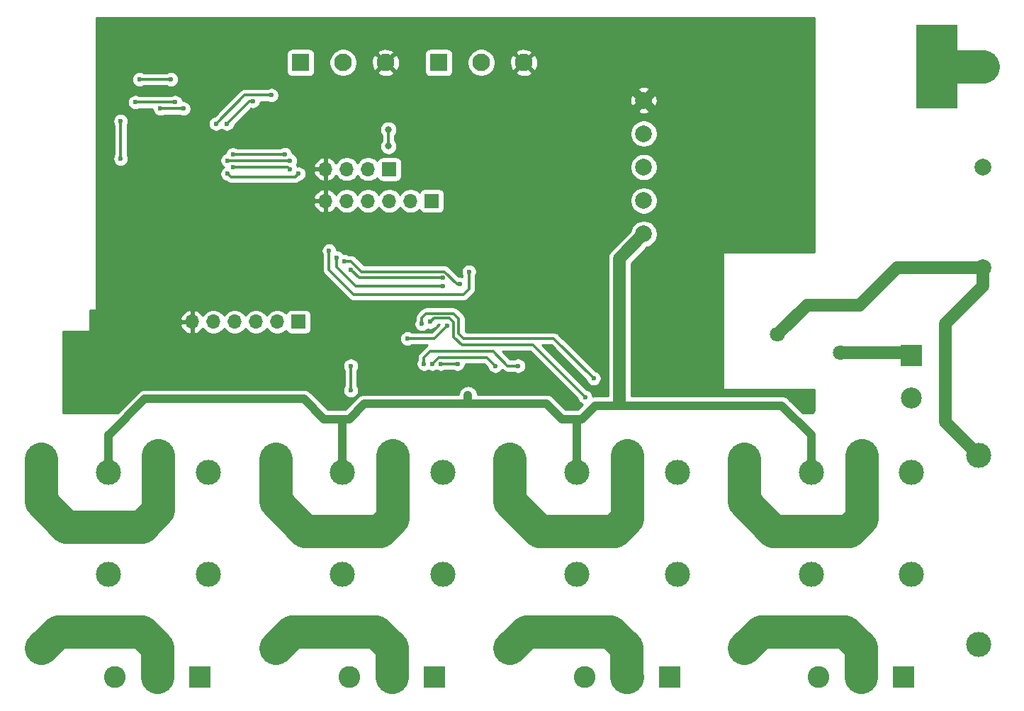
<source format=gbr>
G04 #@! TF.GenerationSoftware,KiCad,Pcbnew,(5.1.9)-1*
G04 #@! TF.CreationDate,2021-03-08T14:29:57+02:00*
G04 #@! TF.ProjectId,Voltlog ESP32 Relay Controller,566f6c74-6c6f-4672-9045-535033322052,rev?*
G04 #@! TF.SameCoordinates,Original*
G04 #@! TF.FileFunction,Copper,L2,Bot*
G04 #@! TF.FilePolarity,Positive*
%FSLAX46Y46*%
G04 Gerber Fmt 4.6, Leading zero omitted, Abs format (unit mm)*
G04 Created by KiCad (PCBNEW (5.1.9)-1) date 2021-03-08 14:29:57*
%MOMM*%
%LPD*%
G01*
G04 APERTURE LIST*
G04 #@! TA.AperFunction,ComponentPad*
%ADD10C,1.800000*%
G04 #@! TD*
G04 #@! TA.AperFunction,SMDPad,CuDef*
%ADD11R,5.000000X10.000000*%
G04 #@! TD*
G04 #@! TA.AperFunction,ComponentPad*
%ADD12C,2.000000*%
G04 #@! TD*
G04 #@! TA.AperFunction,ComponentPad*
%ADD13C,2.500000*%
G04 #@! TD*
G04 #@! TA.AperFunction,ComponentPad*
%ADD14R,2.500000X2.500000*%
G04 #@! TD*
G04 #@! TA.AperFunction,ComponentPad*
%ADD15C,3.000000*%
G04 #@! TD*
G04 #@! TA.AperFunction,ComponentPad*
%ADD16C,2.600000*%
G04 #@! TD*
G04 #@! TA.AperFunction,ComponentPad*
%ADD17R,2.600000X2.600000*%
G04 #@! TD*
G04 #@! TA.AperFunction,ComponentPad*
%ADD18O,1.700000X1.700000*%
G04 #@! TD*
G04 #@! TA.AperFunction,ComponentPad*
%ADD19R,1.700000X1.700000*%
G04 #@! TD*
G04 #@! TA.AperFunction,ComponentPad*
%ADD20C,2.100000*%
G04 #@! TD*
G04 #@! TA.AperFunction,ComponentPad*
%ADD21R,2.100000X2.100000*%
G04 #@! TD*
G04 #@! TA.AperFunction,ViaPad*
%ADD22C,0.900000*%
G04 #@! TD*
G04 #@! TA.AperFunction,ViaPad*
%ADD23C,0.600000*%
G04 #@! TD*
G04 #@! TA.AperFunction,ViaPad*
%ADD24C,0.800000*%
G04 #@! TD*
G04 #@! TA.AperFunction,Conductor*
%ADD25C,1.000000*%
G04 #@! TD*
G04 #@! TA.AperFunction,Conductor*
%ADD26C,1.500000*%
G04 #@! TD*
G04 #@! TA.AperFunction,Conductor*
%ADD27C,0.300000*%
G04 #@! TD*
G04 #@! TA.AperFunction,Conductor*
%ADD28C,4.000000*%
G04 #@! TD*
G04 #@! TA.AperFunction,Conductor*
%ADD29C,0.254000*%
G04 #@! TD*
G04 #@! TA.AperFunction,Conductor*
%ADD30C,0.100000*%
G04 #@! TD*
G04 APERTURE END LIST*
D10*
G04 #@! TO.P,RV1,2*
G04 #@! TO.N,/N*
X139500000Y-99700000D03*
G04 #@! TO.P,RV1,1*
G04 #@! TO.N,/L_FUSED*
X132000000Y-97500000D03*
G04 #@! TD*
D11*
G04 #@! TO.P,TP1,1*
G04 #@! TO.N,Net-(PS1-Pad3)*
X151000000Y-65500000D03*
G04 #@! TD*
D12*
G04 #@! TO.P,PS1,6*
G04 #@! TO.N,N/C*
X116000000Y-77500000D03*
G04 #@! TO.P,PS1,5*
X116000000Y-73500000D03*
G04 #@! TO.P,PS1,7*
X116000000Y-81500000D03*
G04 #@! TO.P,PS1,4*
G04 #@! TO.N,GND*
X116000000Y-69500000D03*
G04 #@! TO.P,PS1,8*
G04 #@! TO.N,+5V*
X116000000Y-85500000D03*
G04 #@! TO.P,PS1,3*
G04 #@! TO.N,Net-(PS1-Pad3)*
X156500000Y-65500000D03*
G04 #@! TO.P,PS1,2*
G04 #@! TO.N,/N*
X156500000Y-77500000D03*
G04 #@! TO.P,PS1,1*
G04 #@! TO.N,/L_FUSED*
X156500000Y-89500000D03*
G04 #@! TD*
D13*
G04 #@! TO.P,J1,2*
G04 #@! TO.N,Net-(F1-Pad2)*
X148000000Y-105080000D03*
D14*
G04 #@! TO.P,J1,1*
G04 #@! TO.N,/N*
X148000000Y-100000000D03*
G04 #@! TD*
D15*
G04 #@! TO.P,K4,11*
G04 #@! TO.N,Net-(F5-Pad2)*
X58000000Y-112000000D03*
G04 #@! TO.P,K4,A2*
G04 #@! TO.N,/Relay/O4*
X64000000Y-114000000D03*
G04 #@! TO.P,K4,12*
G04 #@! TO.N,Net-(J11-Pad1)*
X64000000Y-126200000D03*
G04 #@! TO.P,K4,14*
G04 #@! TO.N,Net-(J11-Pad3)*
X52000000Y-126200000D03*
G04 #@! TO.P,K4,A1*
G04 #@! TO.N,+5V*
X52000000Y-114000000D03*
G04 #@! TD*
G04 #@! TO.P,K3,11*
G04 #@! TO.N,Net-(F4-Pad2)*
X86000000Y-112000000D03*
G04 #@! TO.P,K3,A2*
G04 #@! TO.N,/Relay/O3*
X92000000Y-114000000D03*
G04 #@! TO.P,K3,12*
G04 #@! TO.N,Net-(J10-Pad1)*
X92000000Y-126200000D03*
G04 #@! TO.P,K3,14*
G04 #@! TO.N,Net-(J10-Pad3)*
X80000000Y-126200000D03*
G04 #@! TO.P,K3,A1*
G04 #@! TO.N,+5V*
X80000000Y-114000000D03*
G04 #@! TD*
G04 #@! TO.P,K2,11*
G04 #@! TO.N,Net-(F3-Pad2)*
X114000000Y-112000000D03*
G04 #@! TO.P,K2,A2*
G04 #@! TO.N,/Relay/O2*
X120000000Y-114000000D03*
G04 #@! TO.P,K2,12*
G04 #@! TO.N,Net-(J9-Pad1)*
X120000000Y-126200000D03*
G04 #@! TO.P,K2,14*
G04 #@! TO.N,Net-(J9-Pad3)*
X108000000Y-126200000D03*
G04 #@! TO.P,K2,A1*
G04 #@! TO.N,+5V*
X108000000Y-114000000D03*
G04 #@! TD*
G04 #@! TO.P,K1,11*
G04 #@! TO.N,Net-(F2-Pad2)*
X142000000Y-112000000D03*
G04 #@! TO.P,K1,A2*
G04 #@! TO.N,/Relay/O1*
X148000000Y-114000000D03*
G04 #@! TO.P,K1,12*
G04 #@! TO.N,Net-(J8-Pad1)*
X148000000Y-126200000D03*
G04 #@! TO.P,K1,14*
G04 #@! TO.N,Net-(J8-Pad3)*
X136000000Y-126200000D03*
G04 #@! TO.P,K1,A1*
G04 #@! TO.N,+5V*
X136000000Y-114000000D03*
G04 #@! TD*
D16*
G04 #@! TO.P,J11,3*
G04 #@! TO.N,Net-(J11-Pad3)*
X52840000Y-138500000D03*
G04 #@! TO.P,J11,2*
G04 #@! TO.N,Net-(F5-Pad1)*
X57920000Y-138500000D03*
D17*
G04 #@! TO.P,J11,1*
G04 #@! TO.N,Net-(J11-Pad1)*
X63000000Y-138500000D03*
G04 #@! TD*
D16*
G04 #@! TO.P,J10,3*
G04 #@! TO.N,Net-(J10-Pad3)*
X80840000Y-138500000D03*
G04 #@! TO.P,J10,2*
G04 #@! TO.N,Net-(F4-Pad1)*
X85920000Y-138500000D03*
D17*
G04 #@! TO.P,J10,1*
G04 #@! TO.N,Net-(J10-Pad1)*
X91000000Y-138500000D03*
G04 #@! TD*
D16*
G04 #@! TO.P,J9,3*
G04 #@! TO.N,Net-(J9-Pad3)*
X108920000Y-138500000D03*
G04 #@! TO.P,J9,2*
G04 #@! TO.N,Net-(F3-Pad1)*
X114000000Y-138500000D03*
D17*
G04 #@! TO.P,J9,1*
G04 #@! TO.N,Net-(J9-Pad1)*
X119080000Y-138500000D03*
G04 #@! TD*
D16*
G04 #@! TO.P,J8,3*
G04 #@! TO.N,Net-(J8-Pad3)*
X136840000Y-138500000D03*
G04 #@! TO.P,J8,2*
G04 #@! TO.N,Net-(F2-Pad1)*
X141920000Y-138500000D03*
D17*
G04 #@! TO.P,J8,1*
G04 #@! TO.N,Net-(J8-Pad1)*
X147000000Y-138500000D03*
G04 #@! TD*
D18*
G04 #@! TO.P,J7,6*
G04 #@! TO.N,GND*
X77978000Y-81534000D03*
G04 #@! TO.P,J7,5*
G04 #@! TO.N,/IO23*
X80518000Y-81534000D03*
G04 #@! TO.P,J7,4*
G04 #@! TO.N,/IO19*
X83058000Y-81534000D03*
G04 #@! TO.P,J7,3*
G04 #@! TO.N,/IO18*
X85598000Y-81534000D03*
G04 #@! TO.P,J7,2*
G04 #@! TO.N,/IO5*
X88138000Y-81534000D03*
D19*
G04 #@! TO.P,J7,1*
G04 #@! TO.N,+3V3*
X90678000Y-81534000D03*
G04 #@! TD*
D18*
G04 #@! TO.P,J6,6*
G04 #@! TO.N,GND*
X62050000Y-96000000D03*
G04 #@! TO.P,J6,5*
G04 #@! TO.N,/ADC1_CH6*
X64590000Y-96000000D03*
G04 #@! TO.P,J6,4*
G04 #@! TO.N,/ADC1_CH7*
X67130000Y-96000000D03*
G04 #@! TO.P,J6,3*
G04 #@! TO.N,/ADC1_CH4*
X69670000Y-96000000D03*
G04 #@! TO.P,J6,2*
G04 #@! TO.N,/ADC1_CH5*
X72210000Y-96000000D03*
D19*
G04 #@! TO.P,J6,1*
G04 #@! TO.N,+3V3*
X74750000Y-96000000D03*
G04 #@! TD*
D18*
G04 #@! TO.P,J4,4*
G04 #@! TO.N,GND*
X77978000Y-77750000D03*
G04 #@! TO.P,J4,3*
G04 #@! TO.N,/SDA*
X80518000Y-77750000D03*
G04 #@! TO.P,J4,2*
G04 #@! TO.N,/SCL*
X83058000Y-77750000D03*
D19*
G04 #@! TO.P,J4,1*
G04 #@! TO.N,+3V3*
X85598000Y-77750000D03*
G04 #@! TD*
D20*
G04 #@! TO.P,J3,3*
G04 #@! TO.N,GND*
X85160000Y-65000000D03*
G04 #@! TO.P,J3,2*
G04 #@! TO.N,+3V3*
X80080000Y-65000000D03*
D21*
G04 #@! TO.P,J3,1*
G04 #@! TO.N,/IO17*
X75000000Y-65000000D03*
G04 #@! TD*
D20*
G04 #@! TO.P,J2,3*
G04 #@! TO.N,GND*
X101660000Y-65000000D03*
G04 #@! TO.P,J2,2*
G04 #@! TO.N,+3V3*
X96580000Y-65000000D03*
D21*
G04 #@! TO.P,J2,1*
G04 #@! TO.N,/IO16*
X91500000Y-65000000D03*
G04 #@! TD*
D15*
G04 #@! TO.P,F5,2*
G04 #@! TO.N,Net-(F5-Pad2)*
X44000000Y-112400000D03*
G04 #@! TO.P,F5,1*
G04 #@! TO.N,Net-(F5-Pad1)*
X44000000Y-135000000D03*
G04 #@! TD*
G04 #@! TO.P,F4,2*
G04 #@! TO.N,Net-(F4-Pad2)*
X72000000Y-112400000D03*
G04 #@! TO.P,F4,1*
G04 #@! TO.N,Net-(F4-Pad1)*
X72000000Y-135000000D03*
G04 #@! TD*
G04 #@! TO.P,F3,2*
G04 #@! TO.N,Net-(F3-Pad2)*
X100000000Y-112400000D03*
G04 #@! TO.P,F3,1*
G04 #@! TO.N,Net-(F3-Pad1)*
X100000000Y-135000000D03*
G04 #@! TD*
G04 #@! TO.P,F2,2*
G04 #@! TO.N,Net-(F2-Pad2)*
X128000000Y-112400000D03*
G04 #@! TO.P,F2,1*
G04 #@! TO.N,Net-(F2-Pad1)*
X128000000Y-135000000D03*
G04 #@! TD*
G04 #@! TO.P,F1,2*
G04 #@! TO.N,Net-(F1-Pad2)*
X156000000Y-134600000D03*
G04 #@! TO.P,F1,1*
G04 #@! TO.N,/L_FUSED*
X156000000Y-112000000D03*
G04 #@! TD*
D22*
G04 #@! TO.N,GND*
X51000000Y-106250000D03*
X79000000Y-106000000D03*
X107000000Y-106000000D03*
X135000000Y-106000000D03*
X90000000Y-103250000D03*
X95055000Y-96255044D03*
X95055000Y-95400000D03*
D23*
X51200000Y-89500000D03*
X51200000Y-90300000D03*
X51200000Y-91900000D03*
X51200000Y-91100000D03*
X52000000Y-96300000D03*
X52000000Y-95600000D03*
X52000000Y-94900000D03*
X58500000Y-95500000D03*
X68250000Y-88250000D03*
X52400000Y-75500000D03*
X51750000Y-75500000D03*
X56000000Y-83500000D03*
X59750000Y-79750000D03*
X63500000Y-83500000D03*
X59750000Y-87250000D03*
X55750000Y-63500000D03*
X70000000Y-65000000D03*
X66750000Y-66000000D03*
X63250000Y-62500000D03*
X68750000Y-62500000D03*
X75750000Y-87000000D03*
X80250000Y-87000000D03*
X84500000Y-85500000D03*
X83000000Y-70000000D03*
X100500000Y-71250000D03*
X100400000Y-78500000D03*
X101150000Y-78500000D03*
X101900000Y-78500000D03*
X102650000Y-78500000D03*
X103400000Y-78500000D03*
X104250000Y-80250000D03*
X104250000Y-81000000D03*
X104250000Y-81750000D03*
X104250000Y-82500000D03*
X99600000Y-78500000D03*
X97000000Y-79000000D03*
X109250000Y-96250000D03*
X110000000Y-96250000D03*
X110000000Y-95500000D03*
X109250000Y-95500000D03*
X109250000Y-94750000D03*
X110000000Y-94750000D03*
X110000000Y-94000000D03*
X109250000Y-94000000D03*
X109250000Y-93250000D03*
X110000000Y-93250000D03*
D22*
G04 #@! TO.N,+5V*
X95000000Y-104750000D03*
D23*
G04 #@! TO.N,Net-(D3-Pad1)*
X89500000Y-96250000D03*
X110000000Y-102750000D03*
G04 #@! TO.N,Net-(D4-Pad1)*
X90500000Y-96000000D03*
X109000000Y-105000000D03*
G04 #@! TO.N,Net-(D5-Pad1)*
X81000000Y-104200000D03*
X81000000Y-101250000D03*
G04 #@! TO.N,Net-(D6-Pad1)*
X87750000Y-98000000D03*
X92499992Y-96500000D03*
G04 #@! TO.N,/IO27*
X81000000Y-89750000D03*
X92000000Y-90750000D03*
G04 #@! TO.N,/IO26*
X80250000Y-88750000D03*
X94000000Y-91500000D03*
G04 #@! TO.N,/SDA*
X58250000Y-70500000D03*
X61000000Y-70500000D03*
D24*
X85500000Y-73000000D03*
X85500000Y-75000000D03*
D23*
G04 #@! TO.N,/SCL*
X55250000Y-69750000D03*
X60000000Y-69750000D03*
G04 #@! TO.N,/EN*
X59500000Y-67000000D03*
X55750000Y-67000000D03*
X53500000Y-72000000D03*
X53500000Y-76500000D03*
G04 #@! TO.N,/IO19*
X66900000Y-77500000D03*
X73750000Y-77750006D03*
G04 #@! TO.N,/IO18*
X66300000Y-76700000D03*
X73747014Y-76741042D03*
G04 #@! TO.N,/IO17*
X64900000Y-72300000D03*
X71500000Y-68900000D03*
G04 #@! TO.N,/IO16*
X66200000Y-72300000D03*
X69300000Y-69600000D03*
G04 #@! TO.N,/Relay/O1*
X89750000Y-101000000D03*
X101000000Y-101250000D03*
G04 #@! TO.N,/Relay/O3*
X91750000Y-101000000D03*
X93750000Y-101000000D03*
G04 #@! TO.N,/Relay/O2*
X90750000Y-101000000D03*
X98250000Y-101250000D03*
G04 #@! TO.N,/IO13*
X79300000Y-88300000D03*
X92000000Y-91700000D03*
G04 #@! TO.N,/IO4*
X78400000Y-87500000D03*
X95100000Y-90000000D03*
G04 #@! TO.N,/IO23*
X66300000Y-78300000D03*
X74750000Y-78300012D03*
G04 #@! TO.N,/IO5*
X66900000Y-76000000D03*
X73105732Y-75957006D03*
G04 #@! TD*
D25*
G04 #@! TO.N,+5V*
X108000000Y-114000000D02*
X108000000Y-107949980D01*
X80000000Y-114000000D02*
X80000000Y-109800000D01*
X136000000Y-109500000D02*
X136000000Y-114000000D01*
X52000000Y-114000000D02*
X52000000Y-109500000D01*
X110200000Y-106000000D02*
X132500000Y-106000000D01*
X52000000Y-109500000D02*
X52100000Y-109500000D01*
X106200000Y-107600000D02*
X108600000Y-107600000D01*
X52100000Y-109500000D02*
X56400000Y-105200000D01*
X56400000Y-105200000D02*
X75400000Y-105200000D01*
X75400000Y-105200000D02*
X77800000Y-107600000D01*
X80800000Y-107600000D02*
X82600000Y-105800000D01*
X104400000Y-105800000D02*
X106200000Y-107600000D01*
X108600000Y-107600000D02*
X110200000Y-106000000D01*
X132500000Y-106000000D02*
X136000000Y-109500000D01*
D26*
X113099990Y-88400010D02*
X113099990Y-105600000D01*
X116000000Y-85500000D02*
X113099990Y-88400010D01*
D25*
X95000000Y-105600000D02*
X94800000Y-105800000D01*
X95000000Y-104750000D02*
X95000000Y-105600000D01*
X94800000Y-105800000D02*
X104400000Y-105800000D01*
X82600000Y-105800000D02*
X94800000Y-105800000D01*
X80000000Y-109800000D02*
X80000000Y-107600000D01*
X80000000Y-107600000D02*
X80800000Y-107600000D01*
X77800000Y-107600000D02*
X80000000Y-107600000D01*
D27*
G04 #@! TO.N,Net-(D3-Pad1)*
X105250000Y-98000000D02*
X110000000Y-102750000D01*
X94500000Y-98000000D02*
X105250000Y-98000000D01*
X93900000Y-97400000D02*
X94500000Y-98000000D01*
X93900000Y-95650000D02*
X93900000Y-97400000D01*
X93249990Y-94999990D02*
X93900000Y-95650000D01*
X90000010Y-94999990D02*
X93249990Y-94999990D01*
X89500000Y-95500000D02*
X90000010Y-94999990D01*
X89500000Y-96250000D02*
X89500000Y-95500000D01*
G04 #@! TO.N,Net-(D4-Pad1)*
X102750000Y-98750000D02*
X109000000Y-105000000D01*
X94250000Y-98750000D02*
X102750000Y-98750000D01*
X93300000Y-97800000D02*
X94250000Y-98750000D01*
X93300000Y-96050000D02*
X93300000Y-97800000D01*
X92750000Y-95500000D02*
X93300000Y-96050000D01*
X91000000Y-95500000D02*
X92750000Y-95500000D01*
X90500000Y-96000000D02*
X91000000Y-95500000D01*
G04 #@! TO.N,Net-(D5-Pad1)*
X81000000Y-104200000D02*
X81000000Y-101250000D01*
G04 #@! TO.N,Net-(D6-Pad1)*
X90999992Y-98000000D02*
X92499992Y-96500000D01*
X87750000Y-98000000D02*
X90999992Y-98000000D01*
D28*
G04 #@! TO.N,Net-(F2-Pad2)*
X131500000Y-121000000D02*
X140500000Y-121000000D01*
X128000000Y-117500000D02*
X131500000Y-121000000D01*
X140500000Y-121000000D02*
X142000000Y-119500000D01*
X128000000Y-112400000D02*
X128000000Y-117500000D01*
X142000000Y-119500000D02*
X142000000Y-112000000D01*
G04 #@! TO.N,Net-(F2-Pad1)*
X141920000Y-134920000D02*
X141920000Y-138500000D01*
X140000000Y-133000000D02*
X141920000Y-134920000D01*
X130000000Y-133000000D02*
X140000000Y-133000000D01*
X128000000Y-135000000D02*
X130000000Y-133000000D01*
G04 #@! TO.N,Net-(F3-Pad2)*
X100000000Y-117500000D02*
X103500000Y-121000000D01*
X114000000Y-119500000D02*
X114000000Y-112000000D01*
X103500000Y-121000000D02*
X112500000Y-121000000D01*
X112500000Y-121000000D02*
X114000000Y-119500000D01*
X100000000Y-112400000D02*
X100000000Y-117500000D01*
G04 #@! TO.N,Net-(F3-Pad1)*
X113920000Y-138420000D02*
X114000000Y-138500000D01*
X112000000Y-133000000D02*
X113920000Y-134920000D01*
X102000000Y-133000000D02*
X112000000Y-133000000D01*
X113920000Y-134920000D02*
X113920000Y-138420000D01*
X100000000Y-135000000D02*
X102000000Y-133000000D01*
G04 #@! TO.N,Net-(F4-Pad2)*
X84500000Y-121000000D02*
X86000000Y-119500000D01*
X72000000Y-112400000D02*
X72000000Y-117500000D01*
X86000000Y-119500000D02*
X86000000Y-112000000D01*
X75500000Y-121000000D02*
X84500000Y-121000000D01*
X72000000Y-117500000D02*
X75500000Y-121000000D01*
G04 #@! TO.N,Net-(F4-Pad1)*
X85920000Y-134920000D02*
X85920000Y-138500000D01*
X84000000Y-133000000D02*
X85920000Y-134920000D01*
X74000000Y-133000000D02*
X84000000Y-133000000D01*
X72000000Y-135000000D02*
X74000000Y-133000000D01*
G04 #@! TO.N,Net-(F5-Pad2)*
X58000000Y-118500000D02*
X58000000Y-112000000D01*
X56000000Y-120500000D02*
X58000000Y-118500000D01*
X47000000Y-120500000D02*
X56000000Y-120500000D01*
X44000000Y-117500000D02*
X47000000Y-120500000D01*
X44000000Y-112400000D02*
X44000000Y-117500000D01*
G04 #@! TO.N,Net-(F5-Pad1)*
X57920000Y-134920000D02*
X57920000Y-138500000D01*
X46000000Y-133000000D02*
X56000000Y-133000000D01*
X56000000Y-133000000D02*
X57920000Y-134920000D01*
X44000000Y-135000000D02*
X46000000Y-133000000D01*
D27*
G04 #@! TO.N,/IO27*
X82000000Y-90750000D02*
X92000000Y-90750000D01*
X81000000Y-89750000D02*
X82000000Y-90750000D01*
G04 #@! TO.N,/IO26*
X80250000Y-88750000D02*
X81000000Y-88750000D01*
X81000000Y-88750000D02*
X82250000Y-90000000D01*
X93712002Y-91500000D02*
X94000000Y-91500000D01*
X92212002Y-90000000D02*
X93712002Y-91500000D01*
X82250000Y-90000000D02*
X92212002Y-90000000D01*
G04 #@! TO.N,/SDA*
X58250000Y-70500000D02*
X61000000Y-70500000D01*
X85500000Y-73000000D02*
X85500000Y-75000000D01*
G04 #@! TO.N,/SCL*
X55250000Y-69750000D02*
X60000000Y-69750000D01*
G04 #@! TO.N,/EN*
X59500000Y-67000000D02*
X55750000Y-67000000D01*
X53500000Y-72000000D02*
X53500000Y-76500000D01*
G04 #@! TO.N,/IO19*
X73499994Y-77500000D02*
X73750000Y-77750006D01*
X66900000Y-77500000D02*
X73499994Y-77500000D01*
G04 #@! TO.N,/IO18*
X73705972Y-76700000D02*
X73747014Y-76741042D01*
X66300000Y-76700000D02*
X73705972Y-76700000D01*
G04 #@! TO.N,/IO17*
X68300000Y-68900000D02*
X71500000Y-68900000D01*
X64900000Y-72300000D02*
X68300000Y-68900000D01*
G04 #@! TO.N,/IO16*
X68900000Y-69600000D02*
X69300000Y-69600000D01*
X66200000Y-72300000D02*
X68900000Y-69600000D01*
G04 #@! TO.N,/Relay/O1*
X98000000Y-99500000D02*
X99750000Y-101250000D01*
X90500000Y-99500000D02*
X98000000Y-99500000D01*
X99750000Y-101250000D02*
X101000000Y-101250000D01*
X89750000Y-100250000D02*
X90500000Y-99500000D01*
X89750000Y-101000000D02*
X89750000Y-100250000D01*
G04 #@! TO.N,/Relay/O3*
X91750000Y-101000000D02*
X93750000Y-101000000D01*
D26*
G04 #@! TO.N,/L_FUSED*
X135500000Y-94000000D02*
X132000000Y-97500000D01*
X146250000Y-89500000D02*
X141750000Y-94000000D01*
X141750000Y-94000000D02*
X135500000Y-94000000D01*
X156500000Y-89500000D02*
X146250000Y-89500000D01*
X152000000Y-96200000D02*
X156500000Y-91700000D01*
X152000000Y-108000000D02*
X152000000Y-96200000D01*
X156500000Y-91700000D02*
X156500000Y-89500000D01*
X156000000Y-112000000D02*
X152000000Y-108000000D01*
G04 #@! TO.N,/N*
X147700000Y-99700000D02*
X148000000Y-100000000D01*
X139500000Y-99700000D02*
X147700000Y-99700000D01*
D27*
G04 #@! TO.N,/Relay/O2*
X90750000Y-101000000D02*
X91500000Y-100250000D01*
X97250000Y-100250000D02*
X98250000Y-101250000D01*
X91500000Y-100250000D02*
X97250000Y-100250000D01*
G04 #@! TO.N,/IO13*
X79300000Y-88300000D02*
X79300000Y-89400000D01*
X81600000Y-91700000D02*
X92000000Y-91700000D01*
X79300000Y-89400000D02*
X81600000Y-91700000D01*
G04 #@! TO.N,/IO4*
X78400000Y-87500000D02*
X78400000Y-89800000D01*
X78400000Y-89800000D02*
X81300000Y-92700000D01*
X81300000Y-92700000D02*
X94500000Y-92700000D01*
X95100000Y-92100000D02*
X95100000Y-90000000D01*
X94500000Y-92700000D02*
X95100000Y-92100000D01*
G04 #@! TO.N,/IO23*
X66300000Y-78300000D02*
X66650002Y-78650002D01*
X66650002Y-78650002D02*
X74400010Y-78650002D01*
X74400010Y-78650002D02*
X74750000Y-78300012D01*
G04 #@! TO.N,/IO5*
X73062738Y-76000000D02*
X73105732Y-75957006D01*
X66900000Y-76000000D02*
X73062738Y-76000000D01*
D28*
G04 #@! TO.N,Net-(PS1-Pad3)*
X156500000Y-65500000D02*
X151000000Y-65500000D01*
G04 #@! TD*
D29*
G04 #@! TO.N,GND*
X136373000Y-87673000D02*
X125600000Y-87673000D01*
X125575224Y-87675440D01*
X125551399Y-87682667D01*
X125529443Y-87694403D01*
X125510197Y-87710197D01*
X125494403Y-87729443D01*
X125482667Y-87751399D01*
X125475440Y-87775224D01*
X125473000Y-87800000D01*
X125473000Y-104000000D01*
X125475440Y-104024776D01*
X125482667Y-104048601D01*
X125494403Y-104070557D01*
X125510197Y-104089803D01*
X125529443Y-104105597D01*
X125551399Y-104117333D01*
X125575224Y-104124560D01*
X125600000Y-104127000D01*
X136373000Y-104127000D01*
X136373000Y-106491672D01*
X136359231Y-106596257D01*
X136322077Y-106685955D01*
X136262976Y-106762976D01*
X136185955Y-106822077D01*
X136096257Y-106859231D01*
X135991672Y-106873000D01*
X134978131Y-106873000D01*
X133341996Y-105236865D01*
X133306449Y-105193551D01*
X133133623Y-105051716D01*
X132936447Y-104946324D01*
X132722499Y-104881423D01*
X132555752Y-104865000D01*
X132555751Y-104865000D01*
X132500000Y-104859509D01*
X132444249Y-104865000D01*
X114484990Y-104865000D01*
X114484990Y-88973695D01*
X116364072Y-87094613D01*
X116476912Y-87072168D01*
X116774463Y-86948918D01*
X117042252Y-86769987D01*
X117269987Y-86542252D01*
X117448918Y-86274463D01*
X117572168Y-85976912D01*
X117635000Y-85661033D01*
X117635000Y-85338967D01*
X117572168Y-85023088D01*
X117448918Y-84725537D01*
X117269987Y-84457748D01*
X117042252Y-84230013D01*
X116774463Y-84051082D01*
X116476912Y-83927832D01*
X116161033Y-83865000D01*
X115838967Y-83865000D01*
X115523088Y-83927832D01*
X115225537Y-84051082D01*
X114957748Y-84230013D01*
X114730013Y-84457748D01*
X114551082Y-84725537D01*
X114427832Y-85023088D01*
X114405387Y-85135928D01*
X112168755Y-87372560D01*
X112115909Y-87415930D01*
X112072540Y-87468775D01*
X112072538Y-87468777D01*
X111942834Y-87626822D01*
X111814226Y-87867430D01*
X111745455Y-88094139D01*
X111735030Y-88128504D01*
X111714990Y-88331974D01*
X111714990Y-88331981D01*
X111708290Y-88400010D01*
X111714990Y-88468039D01*
X111714991Y-104865000D01*
X110255752Y-104865000D01*
X110200000Y-104859509D01*
X109977501Y-104881423D01*
X109932450Y-104895089D01*
X109899068Y-104727271D01*
X109828586Y-104557111D01*
X109726262Y-104403972D01*
X109596028Y-104273738D01*
X109442889Y-104171414D01*
X109272729Y-104100932D01*
X109195783Y-104085626D01*
X103895157Y-98785000D01*
X104924843Y-98785000D01*
X109085627Y-102945785D01*
X109100932Y-103022729D01*
X109171414Y-103192889D01*
X109273738Y-103346028D01*
X109403972Y-103476262D01*
X109557111Y-103578586D01*
X109727271Y-103649068D01*
X109907911Y-103685000D01*
X110092089Y-103685000D01*
X110272729Y-103649068D01*
X110442889Y-103578586D01*
X110596028Y-103476262D01*
X110726262Y-103346028D01*
X110828586Y-103192889D01*
X110899068Y-103022729D01*
X110935000Y-102842089D01*
X110935000Y-102657911D01*
X110899068Y-102477271D01*
X110828586Y-102307111D01*
X110726262Y-102153972D01*
X110596028Y-102023738D01*
X110442889Y-101921414D01*
X110272729Y-101850932D01*
X110195785Y-101835627D01*
X105832345Y-97472188D01*
X105807764Y-97442236D01*
X105688233Y-97344138D01*
X105551860Y-97271246D01*
X105403887Y-97226359D01*
X105288561Y-97215000D01*
X105288553Y-97215000D01*
X105250000Y-97211203D01*
X105211447Y-97215000D01*
X94825158Y-97215000D01*
X94685000Y-97074843D01*
X94685000Y-95688555D01*
X94688797Y-95650000D01*
X94685000Y-95611440D01*
X94685000Y-95611439D01*
X94679649Y-95557111D01*
X94673642Y-95496113D01*
X94628754Y-95348140D01*
X94614379Y-95321246D01*
X94555862Y-95211767D01*
X94457764Y-95092236D01*
X94427816Y-95067659D01*
X93832337Y-94472179D01*
X93807754Y-94442226D01*
X93688223Y-94344128D01*
X93551850Y-94271236D01*
X93403877Y-94226349D01*
X93288551Y-94214990D01*
X93288543Y-94214990D01*
X93249990Y-94211193D01*
X93211437Y-94214990D01*
X90038565Y-94214990D01*
X90000010Y-94211193D01*
X89961454Y-94214990D01*
X89961449Y-94214990D01*
X89921036Y-94218970D01*
X89846123Y-94226348D01*
X89698150Y-94271236D01*
X89561777Y-94344128D01*
X89442246Y-94442226D01*
X89417663Y-94472180D01*
X88972185Y-94917658D01*
X88942237Y-94942236D01*
X88917659Y-94972184D01*
X88917655Y-94972188D01*
X88894839Y-94999990D01*
X88844139Y-95061767D01*
X88811844Y-95122187D01*
X88771246Y-95198141D01*
X88752117Y-95261202D01*
X88726359Y-95346113D01*
X88715000Y-95461439D01*
X88715000Y-95461447D01*
X88711203Y-95500000D01*
X88715000Y-95538553D01*
X88715000Y-95741880D01*
X88671414Y-95807111D01*
X88600932Y-95977271D01*
X88565000Y-96157911D01*
X88565000Y-96342089D01*
X88600932Y-96522729D01*
X88671414Y-96692889D01*
X88773738Y-96846028D01*
X88903972Y-96976262D01*
X89057111Y-97078586D01*
X89227271Y-97149068D01*
X89407911Y-97185000D01*
X89592089Y-97185000D01*
X89772729Y-97149068D01*
X89942889Y-97078586D01*
X90096028Y-96976262D01*
X90189052Y-96883238D01*
X90227271Y-96899068D01*
X90407911Y-96935000D01*
X90592089Y-96935000D01*
X90772729Y-96899068D01*
X90942889Y-96828586D01*
X91096028Y-96726262D01*
X91226262Y-96596028D01*
X91328586Y-96442889D01*
X91393985Y-96285000D01*
X91589441Y-96285000D01*
X91585619Y-96304216D01*
X90674835Y-97215000D01*
X88258120Y-97215000D01*
X88192889Y-97171414D01*
X88022729Y-97100932D01*
X87842089Y-97065000D01*
X87657911Y-97065000D01*
X87477271Y-97100932D01*
X87307111Y-97171414D01*
X87153972Y-97273738D01*
X87023738Y-97403972D01*
X86921414Y-97557111D01*
X86850932Y-97727271D01*
X86815000Y-97907911D01*
X86815000Y-98092089D01*
X86850932Y-98272729D01*
X86921414Y-98442889D01*
X87023738Y-98596028D01*
X87153972Y-98726262D01*
X87307111Y-98828586D01*
X87477271Y-98899068D01*
X87657911Y-98935000D01*
X87842089Y-98935000D01*
X88022729Y-98899068D01*
X88192889Y-98828586D01*
X88258120Y-98785000D01*
X90172408Y-98785000D01*
X90061767Y-98844138D01*
X90036396Y-98864960D01*
X89972187Y-98917655D01*
X89972184Y-98917658D01*
X89942236Y-98942236D01*
X89917657Y-98972185D01*
X89222185Y-99667658D01*
X89192237Y-99692236D01*
X89167659Y-99722184D01*
X89167655Y-99722188D01*
X89134690Y-99762356D01*
X89094139Y-99811767D01*
X89055177Y-99884660D01*
X89021246Y-99948141D01*
X88997078Y-100027812D01*
X88976359Y-100096113D01*
X88965000Y-100211439D01*
X88965000Y-100211447D01*
X88961203Y-100250000D01*
X88965000Y-100288553D01*
X88965000Y-100491880D01*
X88921414Y-100557111D01*
X88850932Y-100727271D01*
X88815000Y-100907911D01*
X88815000Y-101092089D01*
X88850932Y-101272729D01*
X88921414Y-101442889D01*
X89023738Y-101596028D01*
X89153972Y-101726262D01*
X89307111Y-101828586D01*
X89477271Y-101899068D01*
X89657911Y-101935000D01*
X89842089Y-101935000D01*
X90022729Y-101899068D01*
X90192889Y-101828586D01*
X90250000Y-101790426D01*
X90307111Y-101828586D01*
X90477271Y-101899068D01*
X90657911Y-101935000D01*
X90842089Y-101935000D01*
X91022729Y-101899068D01*
X91192889Y-101828586D01*
X91250000Y-101790426D01*
X91307111Y-101828586D01*
X91477271Y-101899068D01*
X91657911Y-101935000D01*
X91842089Y-101935000D01*
X92022729Y-101899068D01*
X92192889Y-101828586D01*
X92258120Y-101785000D01*
X93241880Y-101785000D01*
X93307111Y-101828586D01*
X93477271Y-101899068D01*
X93657911Y-101935000D01*
X93842089Y-101935000D01*
X94022729Y-101899068D01*
X94192889Y-101828586D01*
X94346028Y-101726262D01*
X94476262Y-101596028D01*
X94578586Y-101442889D01*
X94649068Y-101272729D01*
X94685000Y-101092089D01*
X94685000Y-101035000D01*
X96924843Y-101035000D01*
X97335626Y-101445783D01*
X97350932Y-101522729D01*
X97421414Y-101692889D01*
X97523738Y-101846028D01*
X97653972Y-101976262D01*
X97807111Y-102078586D01*
X97977271Y-102149068D01*
X98157911Y-102185000D01*
X98342089Y-102185000D01*
X98522729Y-102149068D01*
X98692889Y-102078586D01*
X98846028Y-101976262D01*
X98976262Y-101846028D01*
X99078586Y-101692889D01*
X99079800Y-101689957D01*
X99167653Y-101777810D01*
X99192236Y-101807764D01*
X99311767Y-101905862D01*
X99443478Y-101976262D01*
X99448140Y-101978754D01*
X99596113Y-102023642D01*
X99671026Y-102031020D01*
X99711439Y-102035000D01*
X99711444Y-102035000D01*
X99750000Y-102038797D01*
X99788556Y-102035000D01*
X100491880Y-102035000D01*
X100557111Y-102078586D01*
X100727271Y-102149068D01*
X100907911Y-102185000D01*
X101092089Y-102185000D01*
X101272729Y-102149068D01*
X101442889Y-102078586D01*
X101596028Y-101976262D01*
X101726262Y-101846028D01*
X101828586Y-101692889D01*
X101899068Y-101522729D01*
X101935000Y-101342089D01*
X101935000Y-101157911D01*
X101899068Y-100977271D01*
X101828586Y-100807111D01*
X101726262Y-100653972D01*
X101596028Y-100523738D01*
X101442889Y-100421414D01*
X101272729Y-100350932D01*
X101092089Y-100315000D01*
X100907911Y-100315000D01*
X100727271Y-100350932D01*
X100557111Y-100421414D01*
X100491880Y-100465000D01*
X100075157Y-100465000D01*
X99145157Y-99535000D01*
X102424843Y-99535000D01*
X108085626Y-105195783D01*
X108100932Y-105272729D01*
X108171414Y-105442889D01*
X108273738Y-105596028D01*
X108403972Y-105726262D01*
X108557111Y-105828586D01*
X108705017Y-105889850D01*
X108129869Y-106465000D01*
X106670132Y-106465000D01*
X105241996Y-105036865D01*
X105206449Y-104993551D01*
X105033623Y-104851716D01*
X104836447Y-104746324D01*
X104622499Y-104681423D01*
X104455752Y-104665000D01*
X104455751Y-104665000D01*
X104400000Y-104659509D01*
X104344249Y-104665000D01*
X96132119Y-104665000D01*
X96118577Y-104527501D01*
X96053676Y-104313553D01*
X95948284Y-104116377D01*
X95806449Y-103943551D01*
X95633623Y-103801716D01*
X95436446Y-103696324D01*
X95222498Y-103631423D01*
X95000000Y-103609509D01*
X94777501Y-103631423D01*
X94563553Y-103696324D01*
X94366377Y-103801716D01*
X94193551Y-103943551D01*
X94051716Y-104116377D01*
X93946324Y-104313554D01*
X93881423Y-104527502D01*
X93867881Y-104665000D01*
X82655741Y-104665000D01*
X82599999Y-104659510D01*
X82544257Y-104665000D01*
X82544248Y-104665000D01*
X82377501Y-104681423D01*
X82163553Y-104746324D01*
X81966377Y-104851716D01*
X81793551Y-104993551D01*
X81758011Y-105036857D01*
X80329869Y-106465000D01*
X80055752Y-106465000D01*
X80000000Y-106459509D01*
X79944249Y-106465000D01*
X78270133Y-106465000D01*
X76241996Y-104436864D01*
X76206449Y-104393551D01*
X76033623Y-104251716D01*
X75836447Y-104146324D01*
X75622499Y-104081423D01*
X75455752Y-104065000D01*
X75455751Y-104065000D01*
X75400000Y-104059509D01*
X75344249Y-104065000D01*
X56455741Y-104065000D01*
X56399999Y-104059510D01*
X56344257Y-104065000D01*
X56344248Y-104065000D01*
X56177501Y-104081423D01*
X55963553Y-104146324D01*
X55766377Y-104251716D01*
X55593551Y-104393551D01*
X55558009Y-104436859D01*
X53121869Y-106873000D01*
X46660000Y-106873000D01*
X46660000Y-101157911D01*
X80065000Y-101157911D01*
X80065000Y-101342089D01*
X80100932Y-101522729D01*
X80171414Y-101692889D01*
X80215001Y-101758121D01*
X80215000Y-103691880D01*
X80171414Y-103757111D01*
X80100932Y-103927271D01*
X80065000Y-104107911D01*
X80065000Y-104292089D01*
X80100932Y-104472729D01*
X80171414Y-104642889D01*
X80273738Y-104796028D01*
X80403972Y-104926262D01*
X80557111Y-105028586D01*
X80727271Y-105099068D01*
X80907911Y-105135000D01*
X81092089Y-105135000D01*
X81272729Y-105099068D01*
X81442889Y-105028586D01*
X81596028Y-104926262D01*
X81726262Y-104796028D01*
X81828586Y-104642889D01*
X81899068Y-104472729D01*
X81935000Y-104292089D01*
X81935000Y-104107911D01*
X81899068Y-103927271D01*
X81828586Y-103757111D01*
X81785000Y-103691880D01*
X81785000Y-101758120D01*
X81828586Y-101692889D01*
X81899068Y-101522729D01*
X81935000Y-101342089D01*
X81935000Y-101157911D01*
X81899068Y-100977271D01*
X81828586Y-100807111D01*
X81726262Y-100653972D01*
X81596028Y-100523738D01*
X81442889Y-100421414D01*
X81272729Y-100350932D01*
X81092089Y-100315000D01*
X80907911Y-100315000D01*
X80727271Y-100350932D01*
X80557111Y-100421414D01*
X80403972Y-100523738D01*
X80273738Y-100653972D01*
X80171414Y-100807111D01*
X80100932Y-100977271D01*
X80065000Y-101157911D01*
X46660000Y-101157911D01*
X46660000Y-97127000D01*
X49750000Y-97127000D01*
X49774776Y-97124560D01*
X49798601Y-97117333D01*
X49820557Y-97105597D01*
X49839803Y-97089803D01*
X49855597Y-97070557D01*
X49867333Y-97048601D01*
X49874560Y-97024776D01*
X49877000Y-97000000D01*
X49877000Y-96356891D01*
X60608519Y-96356891D01*
X60705843Y-96631252D01*
X60854822Y-96881355D01*
X61049731Y-97097588D01*
X61283080Y-97271641D01*
X61545901Y-97396825D01*
X61693110Y-97441476D01*
X61923000Y-97320155D01*
X61923000Y-96127000D01*
X60729186Y-96127000D01*
X60608519Y-96356891D01*
X49877000Y-96356891D01*
X49877000Y-95643109D01*
X60608519Y-95643109D01*
X60729186Y-95873000D01*
X61923000Y-95873000D01*
X61923000Y-94679845D01*
X62177000Y-94679845D01*
X62177000Y-95873000D01*
X62197000Y-95873000D01*
X62197000Y-96127000D01*
X62177000Y-96127000D01*
X62177000Y-97320155D01*
X62406890Y-97441476D01*
X62554099Y-97396825D01*
X62816920Y-97271641D01*
X63050269Y-97097588D01*
X63245178Y-96881355D01*
X63314805Y-96764466D01*
X63436525Y-96946632D01*
X63643368Y-97153475D01*
X63886589Y-97315990D01*
X64156842Y-97427932D01*
X64443740Y-97485000D01*
X64736260Y-97485000D01*
X65023158Y-97427932D01*
X65293411Y-97315990D01*
X65536632Y-97153475D01*
X65743475Y-96946632D01*
X65860000Y-96772240D01*
X65976525Y-96946632D01*
X66183368Y-97153475D01*
X66426589Y-97315990D01*
X66696842Y-97427932D01*
X66983740Y-97485000D01*
X67276260Y-97485000D01*
X67563158Y-97427932D01*
X67833411Y-97315990D01*
X68076632Y-97153475D01*
X68283475Y-96946632D01*
X68400000Y-96772240D01*
X68516525Y-96946632D01*
X68723368Y-97153475D01*
X68966589Y-97315990D01*
X69236842Y-97427932D01*
X69523740Y-97485000D01*
X69816260Y-97485000D01*
X70103158Y-97427932D01*
X70373411Y-97315990D01*
X70616632Y-97153475D01*
X70823475Y-96946632D01*
X70940000Y-96772240D01*
X71056525Y-96946632D01*
X71263368Y-97153475D01*
X71506589Y-97315990D01*
X71776842Y-97427932D01*
X72063740Y-97485000D01*
X72356260Y-97485000D01*
X72643158Y-97427932D01*
X72913411Y-97315990D01*
X73156632Y-97153475D01*
X73288487Y-97021620D01*
X73310498Y-97094180D01*
X73369463Y-97204494D01*
X73448815Y-97301185D01*
X73545506Y-97380537D01*
X73655820Y-97439502D01*
X73775518Y-97475812D01*
X73900000Y-97488072D01*
X75600000Y-97488072D01*
X75724482Y-97475812D01*
X75844180Y-97439502D01*
X75954494Y-97380537D01*
X76051185Y-97301185D01*
X76130537Y-97204494D01*
X76189502Y-97094180D01*
X76225812Y-96974482D01*
X76238072Y-96850000D01*
X76238072Y-95150000D01*
X76225812Y-95025518D01*
X76189502Y-94905820D01*
X76130537Y-94795506D01*
X76051185Y-94698815D01*
X75954494Y-94619463D01*
X75844180Y-94560498D01*
X75724482Y-94524188D01*
X75600000Y-94511928D01*
X73900000Y-94511928D01*
X73775518Y-94524188D01*
X73655820Y-94560498D01*
X73545506Y-94619463D01*
X73448815Y-94698815D01*
X73369463Y-94795506D01*
X73310498Y-94905820D01*
X73288487Y-94978380D01*
X73156632Y-94846525D01*
X72913411Y-94684010D01*
X72643158Y-94572068D01*
X72356260Y-94515000D01*
X72063740Y-94515000D01*
X71776842Y-94572068D01*
X71506589Y-94684010D01*
X71263368Y-94846525D01*
X71056525Y-95053368D01*
X70940000Y-95227760D01*
X70823475Y-95053368D01*
X70616632Y-94846525D01*
X70373411Y-94684010D01*
X70103158Y-94572068D01*
X69816260Y-94515000D01*
X69523740Y-94515000D01*
X69236842Y-94572068D01*
X68966589Y-94684010D01*
X68723368Y-94846525D01*
X68516525Y-95053368D01*
X68400000Y-95227760D01*
X68283475Y-95053368D01*
X68076632Y-94846525D01*
X67833411Y-94684010D01*
X67563158Y-94572068D01*
X67276260Y-94515000D01*
X66983740Y-94515000D01*
X66696842Y-94572068D01*
X66426589Y-94684010D01*
X66183368Y-94846525D01*
X65976525Y-95053368D01*
X65860000Y-95227760D01*
X65743475Y-95053368D01*
X65536632Y-94846525D01*
X65293411Y-94684010D01*
X65023158Y-94572068D01*
X64736260Y-94515000D01*
X64443740Y-94515000D01*
X64156842Y-94572068D01*
X63886589Y-94684010D01*
X63643368Y-94846525D01*
X63436525Y-95053368D01*
X63314805Y-95235534D01*
X63245178Y-95118645D01*
X63050269Y-94902412D01*
X62816920Y-94728359D01*
X62554099Y-94603175D01*
X62406890Y-94558524D01*
X62177000Y-94679845D01*
X61923000Y-94679845D01*
X61693110Y-94558524D01*
X61545901Y-94603175D01*
X61283080Y-94728359D01*
X61049731Y-94902412D01*
X60854822Y-95118645D01*
X60705843Y-95368748D01*
X60608519Y-95643109D01*
X49877000Y-95643109D01*
X49877000Y-94627000D01*
X50500000Y-94627000D01*
X50524776Y-94624560D01*
X50548601Y-94617333D01*
X50570557Y-94605597D01*
X50589803Y-94589803D01*
X50605597Y-94570557D01*
X50617333Y-94548601D01*
X50624560Y-94524776D01*
X50627000Y-94500000D01*
X50627000Y-87407911D01*
X77465000Y-87407911D01*
X77465000Y-87592089D01*
X77500932Y-87772729D01*
X77571414Y-87942889D01*
X77615000Y-88008121D01*
X77615001Y-89761437D01*
X77611203Y-89800000D01*
X77626359Y-89953886D01*
X77671246Y-90101859D01*
X77671247Y-90101860D01*
X77744139Y-90238233D01*
X77772450Y-90272729D01*
X77817655Y-90327812D01*
X77817659Y-90327816D01*
X77842237Y-90357764D01*
X77872185Y-90382342D01*
X80717658Y-93227816D01*
X80742236Y-93257764D01*
X80772184Y-93282342D01*
X80772187Y-93282345D01*
X80801559Y-93306450D01*
X80861767Y-93355862D01*
X80998140Y-93428754D01*
X81111672Y-93463194D01*
X81146112Y-93473641D01*
X81160490Y-93475057D01*
X81261439Y-93485000D01*
X81261446Y-93485000D01*
X81299999Y-93488797D01*
X81338552Y-93485000D01*
X94461447Y-93485000D01*
X94500000Y-93488797D01*
X94538553Y-93485000D01*
X94538561Y-93485000D01*
X94653887Y-93473641D01*
X94801860Y-93428754D01*
X94938233Y-93355862D01*
X95057764Y-93257764D01*
X95082346Y-93227811D01*
X95627816Y-92682342D01*
X95657764Y-92657764D01*
X95755862Y-92538233D01*
X95828754Y-92401860D01*
X95842708Y-92355861D01*
X95873641Y-92253888D01*
X95876116Y-92228754D01*
X95885000Y-92138561D01*
X95885000Y-92138554D01*
X95888797Y-92100001D01*
X95885000Y-92061448D01*
X95885000Y-90508120D01*
X95928586Y-90442889D01*
X95999068Y-90272729D01*
X96035000Y-90092089D01*
X96035000Y-89907911D01*
X95999068Y-89727271D01*
X95928586Y-89557111D01*
X95826262Y-89403972D01*
X95696028Y-89273738D01*
X95542889Y-89171414D01*
X95372729Y-89100932D01*
X95192089Y-89065000D01*
X95007911Y-89065000D01*
X94827271Y-89100932D01*
X94657111Y-89171414D01*
X94503972Y-89273738D01*
X94373738Y-89403972D01*
X94271414Y-89557111D01*
X94200932Y-89727271D01*
X94165000Y-89907911D01*
X94165000Y-90092089D01*
X94200932Y-90272729D01*
X94271414Y-90442889D01*
X94315001Y-90508121D01*
X94315001Y-90618441D01*
X94272729Y-90600932D01*
X94092089Y-90565000D01*
X93907911Y-90565000D01*
X93890603Y-90568443D01*
X92794349Y-89472190D01*
X92769766Y-89442236D01*
X92650235Y-89344138D01*
X92513862Y-89271246D01*
X92365889Y-89226359D01*
X92250563Y-89215000D01*
X92250555Y-89215000D01*
X92212002Y-89211203D01*
X92173449Y-89215000D01*
X82575158Y-89215000D01*
X81582347Y-88222190D01*
X81557764Y-88192236D01*
X81438233Y-88094138D01*
X81301860Y-88021246D01*
X81153887Y-87976359D01*
X81038561Y-87965000D01*
X81038553Y-87965000D01*
X81000000Y-87961203D01*
X80961447Y-87965000D01*
X80758120Y-87965000D01*
X80692889Y-87921414D01*
X80522729Y-87850932D01*
X80342089Y-87815000D01*
X80157911Y-87815000D01*
X80107190Y-87825089D01*
X80026262Y-87703972D01*
X79896028Y-87573738D01*
X79742889Y-87471414D01*
X79572729Y-87400932D01*
X79392089Y-87365000D01*
X79326464Y-87365000D01*
X79299068Y-87227271D01*
X79228586Y-87057111D01*
X79126262Y-86903972D01*
X78996028Y-86773738D01*
X78842889Y-86671414D01*
X78672729Y-86600932D01*
X78492089Y-86565000D01*
X78307911Y-86565000D01*
X78127271Y-86600932D01*
X77957111Y-86671414D01*
X77803972Y-86773738D01*
X77673738Y-86903972D01*
X77571414Y-87057111D01*
X77500932Y-87227271D01*
X77465000Y-87407911D01*
X50627000Y-87407911D01*
X50627000Y-81890891D01*
X76536519Y-81890891D01*
X76633843Y-82165252D01*
X76782822Y-82415355D01*
X76977731Y-82631588D01*
X77211080Y-82805641D01*
X77473901Y-82930825D01*
X77621110Y-82975476D01*
X77851000Y-82854155D01*
X77851000Y-81661000D01*
X76657186Y-81661000D01*
X76536519Y-81890891D01*
X50627000Y-81890891D01*
X50627000Y-81177109D01*
X76536519Y-81177109D01*
X76657186Y-81407000D01*
X77851000Y-81407000D01*
X77851000Y-80213845D01*
X78105000Y-80213845D01*
X78105000Y-81407000D01*
X78125000Y-81407000D01*
X78125000Y-81661000D01*
X78105000Y-81661000D01*
X78105000Y-82854155D01*
X78334890Y-82975476D01*
X78482099Y-82930825D01*
X78744920Y-82805641D01*
X78978269Y-82631588D01*
X79173178Y-82415355D01*
X79242805Y-82298466D01*
X79364525Y-82480632D01*
X79571368Y-82687475D01*
X79814589Y-82849990D01*
X80084842Y-82961932D01*
X80371740Y-83019000D01*
X80664260Y-83019000D01*
X80951158Y-82961932D01*
X81221411Y-82849990D01*
X81464632Y-82687475D01*
X81671475Y-82480632D01*
X81788000Y-82306240D01*
X81904525Y-82480632D01*
X82111368Y-82687475D01*
X82354589Y-82849990D01*
X82624842Y-82961932D01*
X82911740Y-83019000D01*
X83204260Y-83019000D01*
X83491158Y-82961932D01*
X83761411Y-82849990D01*
X84004632Y-82687475D01*
X84211475Y-82480632D01*
X84328000Y-82306240D01*
X84444525Y-82480632D01*
X84651368Y-82687475D01*
X84894589Y-82849990D01*
X85164842Y-82961932D01*
X85451740Y-83019000D01*
X85744260Y-83019000D01*
X86031158Y-82961932D01*
X86301411Y-82849990D01*
X86544632Y-82687475D01*
X86751475Y-82480632D01*
X86868000Y-82306240D01*
X86984525Y-82480632D01*
X87191368Y-82687475D01*
X87434589Y-82849990D01*
X87704842Y-82961932D01*
X87991740Y-83019000D01*
X88284260Y-83019000D01*
X88571158Y-82961932D01*
X88841411Y-82849990D01*
X89084632Y-82687475D01*
X89216487Y-82555620D01*
X89238498Y-82628180D01*
X89297463Y-82738494D01*
X89376815Y-82835185D01*
X89473506Y-82914537D01*
X89583820Y-82973502D01*
X89703518Y-83009812D01*
X89828000Y-83022072D01*
X91528000Y-83022072D01*
X91652482Y-83009812D01*
X91772180Y-82973502D01*
X91882494Y-82914537D01*
X91979185Y-82835185D01*
X92058537Y-82738494D01*
X92117502Y-82628180D01*
X92153812Y-82508482D01*
X92166072Y-82384000D01*
X92166072Y-81338967D01*
X114365000Y-81338967D01*
X114365000Y-81661033D01*
X114427832Y-81976912D01*
X114551082Y-82274463D01*
X114730013Y-82542252D01*
X114957748Y-82769987D01*
X115225537Y-82948918D01*
X115523088Y-83072168D01*
X115838967Y-83135000D01*
X116161033Y-83135000D01*
X116476912Y-83072168D01*
X116774463Y-82948918D01*
X117042252Y-82769987D01*
X117269987Y-82542252D01*
X117448918Y-82274463D01*
X117572168Y-81976912D01*
X117635000Y-81661033D01*
X117635000Y-81338967D01*
X117572168Y-81023088D01*
X117448918Y-80725537D01*
X117269987Y-80457748D01*
X117042252Y-80230013D01*
X116774463Y-80051082D01*
X116476912Y-79927832D01*
X116161033Y-79865000D01*
X115838967Y-79865000D01*
X115523088Y-79927832D01*
X115225537Y-80051082D01*
X114957748Y-80230013D01*
X114730013Y-80457748D01*
X114551082Y-80725537D01*
X114427832Y-81023088D01*
X114365000Y-81338967D01*
X92166072Y-81338967D01*
X92166072Y-80684000D01*
X92153812Y-80559518D01*
X92117502Y-80439820D01*
X92058537Y-80329506D01*
X91979185Y-80232815D01*
X91882494Y-80153463D01*
X91772180Y-80094498D01*
X91652482Y-80058188D01*
X91528000Y-80045928D01*
X89828000Y-80045928D01*
X89703518Y-80058188D01*
X89583820Y-80094498D01*
X89473506Y-80153463D01*
X89376815Y-80232815D01*
X89297463Y-80329506D01*
X89238498Y-80439820D01*
X89216487Y-80512380D01*
X89084632Y-80380525D01*
X88841411Y-80218010D01*
X88571158Y-80106068D01*
X88284260Y-80049000D01*
X87991740Y-80049000D01*
X87704842Y-80106068D01*
X87434589Y-80218010D01*
X87191368Y-80380525D01*
X86984525Y-80587368D01*
X86868000Y-80761760D01*
X86751475Y-80587368D01*
X86544632Y-80380525D01*
X86301411Y-80218010D01*
X86031158Y-80106068D01*
X85744260Y-80049000D01*
X85451740Y-80049000D01*
X85164842Y-80106068D01*
X84894589Y-80218010D01*
X84651368Y-80380525D01*
X84444525Y-80587368D01*
X84328000Y-80761760D01*
X84211475Y-80587368D01*
X84004632Y-80380525D01*
X83761411Y-80218010D01*
X83491158Y-80106068D01*
X83204260Y-80049000D01*
X82911740Y-80049000D01*
X82624842Y-80106068D01*
X82354589Y-80218010D01*
X82111368Y-80380525D01*
X81904525Y-80587368D01*
X81788000Y-80761760D01*
X81671475Y-80587368D01*
X81464632Y-80380525D01*
X81221411Y-80218010D01*
X80951158Y-80106068D01*
X80664260Y-80049000D01*
X80371740Y-80049000D01*
X80084842Y-80106068D01*
X79814589Y-80218010D01*
X79571368Y-80380525D01*
X79364525Y-80587368D01*
X79242805Y-80769534D01*
X79173178Y-80652645D01*
X78978269Y-80436412D01*
X78744920Y-80262359D01*
X78482099Y-80137175D01*
X78334890Y-80092524D01*
X78105000Y-80213845D01*
X77851000Y-80213845D01*
X77621110Y-80092524D01*
X77473901Y-80137175D01*
X77211080Y-80262359D01*
X76977731Y-80436412D01*
X76782822Y-80652645D01*
X76633843Y-80902748D01*
X76536519Y-81177109D01*
X50627000Y-81177109D01*
X50627000Y-71907911D01*
X52565000Y-71907911D01*
X52565000Y-72092089D01*
X52600932Y-72272729D01*
X52671414Y-72442889D01*
X52715000Y-72508120D01*
X52715001Y-75991878D01*
X52671414Y-76057111D01*
X52600932Y-76227271D01*
X52565000Y-76407911D01*
X52565000Y-76592089D01*
X52600932Y-76772729D01*
X52671414Y-76942889D01*
X52773738Y-77096028D01*
X52903972Y-77226262D01*
X53057111Y-77328586D01*
X53227271Y-77399068D01*
X53407911Y-77435000D01*
X53592089Y-77435000D01*
X53772729Y-77399068D01*
X53942889Y-77328586D01*
X54096028Y-77226262D01*
X54226262Y-77096028D01*
X54328586Y-76942889D01*
X54399068Y-76772729D01*
X54431852Y-76607911D01*
X65365000Y-76607911D01*
X65365000Y-76792089D01*
X65400932Y-76972729D01*
X65471414Y-77142889D01*
X65573738Y-77296028D01*
X65703972Y-77426262D01*
X65814329Y-77500000D01*
X65703972Y-77573738D01*
X65573738Y-77703972D01*
X65471414Y-77857111D01*
X65400932Y-78027271D01*
X65365000Y-78207911D01*
X65365000Y-78392089D01*
X65400932Y-78572729D01*
X65471414Y-78742889D01*
X65573738Y-78896028D01*
X65703972Y-79026262D01*
X65857111Y-79128586D01*
X66027271Y-79199068D01*
X66099033Y-79213343D01*
X66211769Y-79305864D01*
X66348142Y-79378756D01*
X66496115Y-79423644D01*
X66571028Y-79431022D01*
X66611441Y-79435002D01*
X66611446Y-79435002D01*
X66650002Y-79438799D01*
X66688558Y-79435002D01*
X74361457Y-79435002D01*
X74400010Y-79438799D01*
X74438563Y-79435002D01*
X74438571Y-79435002D01*
X74553897Y-79423643D01*
X74701870Y-79378756D01*
X74838243Y-79305864D01*
X74950964Y-79213355D01*
X75022729Y-79199080D01*
X75192889Y-79128598D01*
X75346028Y-79026274D01*
X75476262Y-78896040D01*
X75578586Y-78742901D01*
X75649068Y-78572741D01*
X75685000Y-78392101D01*
X75685000Y-78207923D01*
X75664904Y-78106891D01*
X76536519Y-78106891D01*
X76633843Y-78381252D01*
X76782822Y-78631355D01*
X76977731Y-78847588D01*
X77211080Y-79021641D01*
X77473901Y-79146825D01*
X77621110Y-79191476D01*
X77851000Y-79070155D01*
X77851000Y-77877000D01*
X76657186Y-77877000D01*
X76536519Y-78106891D01*
X75664904Y-78106891D01*
X75649068Y-78027283D01*
X75578586Y-77857123D01*
X75476262Y-77703984D01*
X75346028Y-77573750D01*
X75192889Y-77471426D01*
X75022729Y-77400944D01*
X74983341Y-77393109D01*
X76536519Y-77393109D01*
X76657186Y-77623000D01*
X77851000Y-77623000D01*
X77851000Y-76429845D01*
X78105000Y-76429845D01*
X78105000Y-77623000D01*
X78125000Y-77623000D01*
X78125000Y-77877000D01*
X78105000Y-77877000D01*
X78105000Y-79070155D01*
X78334890Y-79191476D01*
X78482099Y-79146825D01*
X78744920Y-79021641D01*
X78978269Y-78847588D01*
X79173178Y-78631355D01*
X79242805Y-78514466D01*
X79364525Y-78696632D01*
X79571368Y-78903475D01*
X79814589Y-79065990D01*
X80084842Y-79177932D01*
X80371740Y-79235000D01*
X80664260Y-79235000D01*
X80951158Y-79177932D01*
X81221411Y-79065990D01*
X81464632Y-78903475D01*
X81671475Y-78696632D01*
X81788000Y-78522240D01*
X81904525Y-78696632D01*
X82111368Y-78903475D01*
X82354589Y-79065990D01*
X82624842Y-79177932D01*
X82911740Y-79235000D01*
X83204260Y-79235000D01*
X83491158Y-79177932D01*
X83761411Y-79065990D01*
X84004632Y-78903475D01*
X84136487Y-78771620D01*
X84158498Y-78844180D01*
X84217463Y-78954494D01*
X84296815Y-79051185D01*
X84393506Y-79130537D01*
X84503820Y-79189502D01*
X84623518Y-79225812D01*
X84748000Y-79238072D01*
X86448000Y-79238072D01*
X86572482Y-79225812D01*
X86692180Y-79189502D01*
X86802494Y-79130537D01*
X86899185Y-79051185D01*
X86978537Y-78954494D01*
X87037502Y-78844180D01*
X87073812Y-78724482D01*
X87086072Y-78600000D01*
X87086072Y-77338967D01*
X114365000Y-77338967D01*
X114365000Y-77661033D01*
X114427832Y-77976912D01*
X114551082Y-78274463D01*
X114730013Y-78542252D01*
X114957748Y-78769987D01*
X115225537Y-78948918D01*
X115523088Y-79072168D01*
X115838967Y-79135000D01*
X116161033Y-79135000D01*
X116476912Y-79072168D01*
X116774463Y-78948918D01*
X117042252Y-78769987D01*
X117269987Y-78542252D01*
X117448918Y-78274463D01*
X117572168Y-77976912D01*
X117635000Y-77661033D01*
X117635000Y-77338967D01*
X117572168Y-77023088D01*
X117448918Y-76725537D01*
X117269987Y-76457748D01*
X117042252Y-76230013D01*
X116774463Y-76051082D01*
X116476912Y-75927832D01*
X116161033Y-75865000D01*
X115838967Y-75865000D01*
X115523088Y-75927832D01*
X115225537Y-76051082D01*
X114957748Y-76230013D01*
X114730013Y-76457748D01*
X114551082Y-76725537D01*
X114427832Y-77023088D01*
X114365000Y-77338967D01*
X87086072Y-77338967D01*
X87086072Y-76900000D01*
X87073812Y-76775518D01*
X87037502Y-76655820D01*
X86978537Y-76545506D01*
X86899185Y-76448815D01*
X86802494Y-76369463D01*
X86692180Y-76310498D01*
X86572482Y-76274188D01*
X86448000Y-76261928D01*
X84748000Y-76261928D01*
X84623518Y-76274188D01*
X84503820Y-76310498D01*
X84393506Y-76369463D01*
X84296815Y-76448815D01*
X84217463Y-76545506D01*
X84158498Y-76655820D01*
X84136487Y-76728380D01*
X84004632Y-76596525D01*
X83761411Y-76434010D01*
X83491158Y-76322068D01*
X83204260Y-76265000D01*
X82911740Y-76265000D01*
X82624842Y-76322068D01*
X82354589Y-76434010D01*
X82111368Y-76596525D01*
X81904525Y-76803368D01*
X81788000Y-76977760D01*
X81671475Y-76803368D01*
X81464632Y-76596525D01*
X81221411Y-76434010D01*
X80951158Y-76322068D01*
X80664260Y-76265000D01*
X80371740Y-76265000D01*
X80084842Y-76322068D01*
X79814589Y-76434010D01*
X79571368Y-76596525D01*
X79364525Y-76803368D01*
X79242805Y-76985534D01*
X79173178Y-76868645D01*
X78978269Y-76652412D01*
X78744920Y-76478359D01*
X78482099Y-76353175D01*
X78334890Y-76308524D01*
X78105000Y-76429845D01*
X77851000Y-76429845D01*
X77621110Y-76308524D01*
X77473901Y-76353175D01*
X77211080Y-76478359D01*
X76977731Y-76652412D01*
X76782822Y-76868645D01*
X76633843Y-77118748D01*
X76536519Y-77393109D01*
X74983341Y-77393109D01*
X74842089Y-77365012D01*
X74657911Y-77365012D01*
X74606780Y-77375183D01*
X74578586Y-77307117D01*
X74535938Y-77243290D01*
X74575600Y-77183931D01*
X74646082Y-77013771D01*
X74682014Y-76833131D01*
X74682014Y-76648953D01*
X74646082Y-76468313D01*
X74575600Y-76298153D01*
X74473276Y-76145014D01*
X74343042Y-76014780D01*
X74189903Y-75912456D01*
X74037643Y-75849388D01*
X74004800Y-75684277D01*
X73934318Y-75514117D01*
X73831994Y-75360978D01*
X73701760Y-75230744D01*
X73548621Y-75128420D01*
X73378461Y-75057938D01*
X73197821Y-75022006D01*
X73013643Y-75022006D01*
X72833003Y-75057938D01*
X72662843Y-75128420D01*
X72533267Y-75215000D01*
X67408120Y-75215000D01*
X67342889Y-75171414D01*
X67172729Y-75100932D01*
X66992089Y-75065000D01*
X66807911Y-75065000D01*
X66627271Y-75100932D01*
X66457111Y-75171414D01*
X66303972Y-75273738D01*
X66173738Y-75403972D01*
X66071414Y-75557111D01*
X66000932Y-75727271D01*
X65982599Y-75819436D01*
X65857111Y-75871414D01*
X65703972Y-75973738D01*
X65573738Y-76103972D01*
X65471414Y-76257111D01*
X65400932Y-76427271D01*
X65365000Y-76607911D01*
X54431852Y-76607911D01*
X54435000Y-76592089D01*
X54435000Y-76407911D01*
X54399068Y-76227271D01*
X54328586Y-76057111D01*
X54285000Y-75991880D01*
X54285000Y-72508120D01*
X54328586Y-72442889D01*
X54399068Y-72272729D01*
X54411961Y-72207911D01*
X63965000Y-72207911D01*
X63965000Y-72392089D01*
X64000932Y-72572729D01*
X64071414Y-72742889D01*
X64173738Y-72896028D01*
X64303972Y-73026262D01*
X64457111Y-73128586D01*
X64627271Y-73199068D01*
X64807911Y-73235000D01*
X64992089Y-73235000D01*
X65172729Y-73199068D01*
X65342889Y-73128586D01*
X65496028Y-73026262D01*
X65550000Y-72972290D01*
X65603972Y-73026262D01*
X65757111Y-73128586D01*
X65927271Y-73199068D01*
X66107911Y-73235000D01*
X66292089Y-73235000D01*
X66472729Y-73199068D01*
X66642889Y-73128586D01*
X66796028Y-73026262D01*
X66924229Y-72898061D01*
X84465000Y-72898061D01*
X84465000Y-73101939D01*
X84504774Y-73301898D01*
X84582795Y-73490256D01*
X84696063Y-73659774D01*
X84715000Y-73678711D01*
X84715001Y-74321288D01*
X84696063Y-74340226D01*
X84582795Y-74509744D01*
X84504774Y-74698102D01*
X84465000Y-74898061D01*
X84465000Y-75101939D01*
X84504774Y-75301898D01*
X84582795Y-75490256D01*
X84696063Y-75659774D01*
X84840226Y-75803937D01*
X85009744Y-75917205D01*
X85198102Y-75995226D01*
X85398061Y-76035000D01*
X85601939Y-76035000D01*
X85801898Y-75995226D01*
X85990256Y-75917205D01*
X86159774Y-75803937D01*
X86303937Y-75659774D01*
X86417205Y-75490256D01*
X86495226Y-75301898D01*
X86535000Y-75101939D01*
X86535000Y-74898061D01*
X86495226Y-74698102D01*
X86417205Y-74509744D01*
X86303937Y-74340226D01*
X86285000Y-74321289D01*
X86285000Y-73678711D01*
X86303937Y-73659774D01*
X86417205Y-73490256D01*
X86479871Y-73338967D01*
X114365000Y-73338967D01*
X114365000Y-73661033D01*
X114427832Y-73976912D01*
X114551082Y-74274463D01*
X114730013Y-74542252D01*
X114957748Y-74769987D01*
X115225537Y-74948918D01*
X115523088Y-75072168D01*
X115838967Y-75135000D01*
X116161033Y-75135000D01*
X116476912Y-75072168D01*
X116774463Y-74948918D01*
X117042252Y-74769987D01*
X117269987Y-74542252D01*
X117448918Y-74274463D01*
X117572168Y-73976912D01*
X117635000Y-73661033D01*
X117635000Y-73338967D01*
X117572168Y-73023088D01*
X117448918Y-72725537D01*
X117269987Y-72457748D01*
X117042252Y-72230013D01*
X116774463Y-72051082D01*
X116476912Y-71927832D01*
X116161033Y-71865000D01*
X115838967Y-71865000D01*
X115523088Y-71927832D01*
X115225537Y-72051082D01*
X114957748Y-72230013D01*
X114730013Y-72457748D01*
X114551082Y-72725537D01*
X114427832Y-73023088D01*
X114365000Y-73338967D01*
X86479871Y-73338967D01*
X86495226Y-73301898D01*
X86535000Y-73101939D01*
X86535000Y-72898061D01*
X86495226Y-72698102D01*
X86417205Y-72509744D01*
X86303937Y-72340226D01*
X86159774Y-72196063D01*
X85990256Y-72082795D01*
X85801898Y-72004774D01*
X85601939Y-71965000D01*
X85398061Y-71965000D01*
X85198102Y-72004774D01*
X85009744Y-72082795D01*
X84840226Y-72196063D01*
X84696063Y-72340226D01*
X84582795Y-72509744D01*
X84504774Y-72698102D01*
X84465000Y-72898061D01*
X66924229Y-72898061D01*
X66926262Y-72896028D01*
X67028586Y-72742889D01*
X67099068Y-72572729D01*
X67114374Y-72495783D01*
X68830630Y-70779527D01*
X115247974Y-70779527D01*
X115361302Y-71013678D01*
X115668877Y-71109197D01*
X115989178Y-71142875D01*
X116309895Y-71113418D01*
X116618703Y-71021960D01*
X116638698Y-71013678D01*
X116752026Y-70779527D01*
X116000000Y-70027502D01*
X115247974Y-70779527D01*
X68830630Y-70779527D01*
X69097183Y-70512974D01*
X69207911Y-70535000D01*
X69392089Y-70535000D01*
X69572729Y-70499068D01*
X69742889Y-70428586D01*
X69896028Y-70326262D01*
X70026262Y-70196028D01*
X70128586Y-70042889D01*
X70199068Y-69872729D01*
X70235000Y-69692089D01*
X70235000Y-69685000D01*
X70991880Y-69685000D01*
X71057111Y-69728586D01*
X71227271Y-69799068D01*
X71407911Y-69835000D01*
X71592089Y-69835000D01*
X71772729Y-69799068D01*
X71942889Y-69728586D01*
X72096028Y-69626262D01*
X72226262Y-69496028D01*
X72230839Y-69489178D01*
X114357125Y-69489178D01*
X114386582Y-69809895D01*
X114478040Y-70118703D01*
X114486322Y-70138698D01*
X114720473Y-70252026D01*
X115472498Y-69500000D01*
X116527502Y-69500000D01*
X117279527Y-70252026D01*
X117513678Y-70138698D01*
X117609197Y-69831123D01*
X117642875Y-69510822D01*
X117613418Y-69190105D01*
X117521960Y-68881297D01*
X117513678Y-68861302D01*
X117279527Y-68747974D01*
X116527502Y-69500000D01*
X115472498Y-69500000D01*
X114720473Y-68747974D01*
X114486322Y-68861302D01*
X114390803Y-69168877D01*
X114357125Y-69489178D01*
X72230839Y-69489178D01*
X72328586Y-69342889D01*
X72399068Y-69172729D01*
X72435000Y-68992089D01*
X72435000Y-68807911D01*
X72399068Y-68627271D01*
X72328586Y-68457111D01*
X72226262Y-68303972D01*
X72142763Y-68220473D01*
X115247974Y-68220473D01*
X116000000Y-68972498D01*
X116752026Y-68220473D01*
X116638698Y-67986322D01*
X116331123Y-67890803D01*
X116010822Y-67857125D01*
X115690105Y-67886582D01*
X115381297Y-67978040D01*
X115361302Y-67986322D01*
X115247974Y-68220473D01*
X72142763Y-68220473D01*
X72096028Y-68173738D01*
X71942889Y-68071414D01*
X71772729Y-68000932D01*
X71592089Y-67965000D01*
X71407911Y-67965000D01*
X71227271Y-68000932D01*
X71057111Y-68071414D01*
X70991880Y-68115000D01*
X68338552Y-68115000D01*
X68299999Y-68111203D01*
X68261446Y-68115000D01*
X68261439Y-68115000D01*
X68160490Y-68124943D01*
X68146112Y-68126359D01*
X67998140Y-68171246D01*
X67861767Y-68244138D01*
X67801559Y-68293550D01*
X67772187Y-68317655D01*
X67772184Y-68317658D01*
X67742236Y-68342236D01*
X67717658Y-68372184D01*
X64704216Y-71385626D01*
X64627271Y-71400932D01*
X64457111Y-71471414D01*
X64303972Y-71573738D01*
X64173738Y-71703972D01*
X64071414Y-71857111D01*
X64000932Y-72027271D01*
X63965000Y-72207911D01*
X54411961Y-72207911D01*
X54435000Y-72092089D01*
X54435000Y-71907911D01*
X54399068Y-71727271D01*
X54328586Y-71557111D01*
X54226262Y-71403972D01*
X54096028Y-71273738D01*
X53942889Y-71171414D01*
X53772729Y-71100932D01*
X53592089Y-71065000D01*
X53407911Y-71065000D01*
X53227271Y-71100932D01*
X53057111Y-71171414D01*
X52903972Y-71273738D01*
X52773738Y-71403972D01*
X52671414Y-71557111D01*
X52600932Y-71727271D01*
X52565000Y-71907911D01*
X50627000Y-71907911D01*
X50627000Y-69657911D01*
X54315000Y-69657911D01*
X54315000Y-69842089D01*
X54350932Y-70022729D01*
X54421414Y-70192889D01*
X54523738Y-70346028D01*
X54653972Y-70476262D01*
X54807111Y-70578586D01*
X54977271Y-70649068D01*
X55157911Y-70685000D01*
X55342089Y-70685000D01*
X55522729Y-70649068D01*
X55692889Y-70578586D01*
X55758120Y-70535000D01*
X57315000Y-70535000D01*
X57315000Y-70592089D01*
X57350932Y-70772729D01*
X57421414Y-70942889D01*
X57523738Y-71096028D01*
X57653972Y-71226262D01*
X57807111Y-71328586D01*
X57977271Y-71399068D01*
X58157911Y-71435000D01*
X58342089Y-71435000D01*
X58522729Y-71399068D01*
X58692889Y-71328586D01*
X58758120Y-71285000D01*
X60491880Y-71285000D01*
X60557111Y-71328586D01*
X60727271Y-71399068D01*
X60907911Y-71435000D01*
X61092089Y-71435000D01*
X61272729Y-71399068D01*
X61442889Y-71328586D01*
X61596028Y-71226262D01*
X61726262Y-71096028D01*
X61828586Y-70942889D01*
X61899068Y-70772729D01*
X61935000Y-70592089D01*
X61935000Y-70407911D01*
X61899068Y-70227271D01*
X61828586Y-70057111D01*
X61726262Y-69903972D01*
X61596028Y-69773738D01*
X61442889Y-69671414D01*
X61272729Y-69600932D01*
X61092089Y-69565000D01*
X60916519Y-69565000D01*
X60899068Y-69477271D01*
X60828586Y-69307111D01*
X60726262Y-69153972D01*
X60596028Y-69023738D01*
X60442889Y-68921414D01*
X60272729Y-68850932D01*
X60092089Y-68815000D01*
X59907911Y-68815000D01*
X59727271Y-68850932D01*
X59557111Y-68921414D01*
X59491880Y-68965000D01*
X55758120Y-68965000D01*
X55692889Y-68921414D01*
X55522729Y-68850932D01*
X55342089Y-68815000D01*
X55157911Y-68815000D01*
X54977271Y-68850932D01*
X54807111Y-68921414D01*
X54653972Y-69023738D01*
X54523738Y-69153972D01*
X54421414Y-69307111D01*
X54350932Y-69477271D01*
X54315000Y-69657911D01*
X50627000Y-69657911D01*
X50627000Y-66907911D01*
X54815000Y-66907911D01*
X54815000Y-67092089D01*
X54850932Y-67272729D01*
X54921414Y-67442889D01*
X55023738Y-67596028D01*
X55153972Y-67726262D01*
X55307111Y-67828586D01*
X55477271Y-67899068D01*
X55657911Y-67935000D01*
X55842089Y-67935000D01*
X56022729Y-67899068D01*
X56192889Y-67828586D01*
X56258120Y-67785000D01*
X58991880Y-67785000D01*
X59057111Y-67828586D01*
X59227271Y-67899068D01*
X59407911Y-67935000D01*
X59592089Y-67935000D01*
X59772729Y-67899068D01*
X59942889Y-67828586D01*
X60096028Y-67726262D01*
X60226262Y-67596028D01*
X60328586Y-67442889D01*
X60399068Y-67272729D01*
X60435000Y-67092089D01*
X60435000Y-66907911D01*
X60399068Y-66727271D01*
X60328586Y-66557111D01*
X60226262Y-66403972D01*
X60096028Y-66273738D01*
X59942889Y-66171414D01*
X59772729Y-66100932D01*
X59592089Y-66065000D01*
X59407911Y-66065000D01*
X59227271Y-66100932D01*
X59057111Y-66171414D01*
X58991880Y-66215000D01*
X56258120Y-66215000D01*
X56192889Y-66171414D01*
X56022729Y-66100932D01*
X55842089Y-66065000D01*
X55657911Y-66065000D01*
X55477271Y-66100932D01*
X55307111Y-66171414D01*
X55153972Y-66273738D01*
X55023738Y-66403972D01*
X54921414Y-66557111D01*
X54850932Y-66727271D01*
X54815000Y-66907911D01*
X50627000Y-66907911D01*
X50627000Y-63950000D01*
X73311928Y-63950000D01*
X73311928Y-66050000D01*
X73324188Y-66174482D01*
X73360498Y-66294180D01*
X73419463Y-66404494D01*
X73498815Y-66501185D01*
X73595506Y-66580537D01*
X73705820Y-66639502D01*
X73825518Y-66675812D01*
X73950000Y-66688072D01*
X76050000Y-66688072D01*
X76174482Y-66675812D01*
X76294180Y-66639502D01*
X76404494Y-66580537D01*
X76501185Y-66501185D01*
X76580537Y-66404494D01*
X76639502Y-66294180D01*
X76675812Y-66174482D01*
X76688072Y-66050000D01*
X76688072Y-64834042D01*
X78395000Y-64834042D01*
X78395000Y-65165958D01*
X78459754Y-65491496D01*
X78586772Y-65798147D01*
X78771175Y-66074125D01*
X79005875Y-66308825D01*
X79281853Y-66493228D01*
X79588504Y-66620246D01*
X79914042Y-66685000D01*
X80245958Y-66685000D01*
X80571496Y-66620246D01*
X80878147Y-66493228D01*
X81154125Y-66308825D01*
X81291884Y-66171066D01*
X84168539Y-66171066D01*
X84270339Y-66440579D01*
X84568477Y-66586463D01*
X84889346Y-66671380D01*
X85220617Y-66692066D01*
X85549557Y-66647728D01*
X85863527Y-66540069D01*
X86049661Y-66440579D01*
X86151461Y-66171066D01*
X85160000Y-65179605D01*
X84168539Y-66171066D01*
X81291884Y-66171066D01*
X81388825Y-66074125D01*
X81573228Y-65798147D01*
X81700246Y-65491496D01*
X81765000Y-65165958D01*
X81765000Y-65060617D01*
X83467934Y-65060617D01*
X83512272Y-65389557D01*
X83619931Y-65703527D01*
X83719421Y-65889661D01*
X83988934Y-65991461D01*
X84980395Y-65000000D01*
X85339605Y-65000000D01*
X86331066Y-65991461D01*
X86600579Y-65889661D01*
X86746463Y-65591523D01*
X86831380Y-65270654D01*
X86852066Y-64939383D01*
X86807728Y-64610443D01*
X86700069Y-64296473D01*
X86600579Y-64110339D01*
X86331066Y-64008539D01*
X85339605Y-65000000D01*
X84980395Y-65000000D01*
X83988934Y-64008539D01*
X83719421Y-64110339D01*
X83573537Y-64408477D01*
X83488620Y-64729346D01*
X83467934Y-65060617D01*
X81765000Y-65060617D01*
X81765000Y-64834042D01*
X81700246Y-64508504D01*
X81573228Y-64201853D01*
X81388825Y-63925875D01*
X81291884Y-63828934D01*
X84168539Y-63828934D01*
X85160000Y-64820395D01*
X86030395Y-63950000D01*
X89811928Y-63950000D01*
X89811928Y-66050000D01*
X89824188Y-66174482D01*
X89860498Y-66294180D01*
X89919463Y-66404494D01*
X89998815Y-66501185D01*
X90095506Y-66580537D01*
X90205820Y-66639502D01*
X90325518Y-66675812D01*
X90450000Y-66688072D01*
X92550000Y-66688072D01*
X92674482Y-66675812D01*
X92794180Y-66639502D01*
X92904494Y-66580537D01*
X93001185Y-66501185D01*
X93080537Y-66404494D01*
X93139502Y-66294180D01*
X93175812Y-66174482D01*
X93188072Y-66050000D01*
X93188072Y-64834042D01*
X94895000Y-64834042D01*
X94895000Y-65165958D01*
X94959754Y-65491496D01*
X95086772Y-65798147D01*
X95271175Y-66074125D01*
X95505875Y-66308825D01*
X95781853Y-66493228D01*
X96088504Y-66620246D01*
X96414042Y-66685000D01*
X96745958Y-66685000D01*
X97071496Y-66620246D01*
X97378147Y-66493228D01*
X97654125Y-66308825D01*
X97791884Y-66171066D01*
X100668539Y-66171066D01*
X100770339Y-66440579D01*
X101068477Y-66586463D01*
X101389346Y-66671380D01*
X101720617Y-66692066D01*
X102049557Y-66647728D01*
X102363527Y-66540069D01*
X102549661Y-66440579D01*
X102651461Y-66171066D01*
X101660000Y-65179605D01*
X100668539Y-66171066D01*
X97791884Y-66171066D01*
X97888825Y-66074125D01*
X98073228Y-65798147D01*
X98200246Y-65491496D01*
X98265000Y-65165958D01*
X98265000Y-65060617D01*
X99967934Y-65060617D01*
X100012272Y-65389557D01*
X100119931Y-65703527D01*
X100219421Y-65889661D01*
X100488934Y-65991461D01*
X101480395Y-65000000D01*
X101839605Y-65000000D01*
X102831066Y-65991461D01*
X103100579Y-65889661D01*
X103246463Y-65591523D01*
X103331380Y-65270654D01*
X103352066Y-64939383D01*
X103307728Y-64610443D01*
X103200069Y-64296473D01*
X103100579Y-64110339D01*
X102831066Y-64008539D01*
X101839605Y-65000000D01*
X101480395Y-65000000D01*
X100488934Y-64008539D01*
X100219421Y-64110339D01*
X100073537Y-64408477D01*
X99988620Y-64729346D01*
X99967934Y-65060617D01*
X98265000Y-65060617D01*
X98265000Y-64834042D01*
X98200246Y-64508504D01*
X98073228Y-64201853D01*
X97888825Y-63925875D01*
X97791884Y-63828934D01*
X100668539Y-63828934D01*
X101660000Y-64820395D01*
X102651461Y-63828934D01*
X102549661Y-63559421D01*
X102251523Y-63413537D01*
X101930654Y-63328620D01*
X101599383Y-63307934D01*
X101270443Y-63352272D01*
X100956473Y-63459931D01*
X100770339Y-63559421D01*
X100668539Y-63828934D01*
X97791884Y-63828934D01*
X97654125Y-63691175D01*
X97378147Y-63506772D01*
X97071496Y-63379754D01*
X96745958Y-63315000D01*
X96414042Y-63315000D01*
X96088504Y-63379754D01*
X95781853Y-63506772D01*
X95505875Y-63691175D01*
X95271175Y-63925875D01*
X95086772Y-64201853D01*
X94959754Y-64508504D01*
X94895000Y-64834042D01*
X93188072Y-64834042D01*
X93188072Y-63950000D01*
X93175812Y-63825518D01*
X93139502Y-63705820D01*
X93080537Y-63595506D01*
X93001185Y-63498815D01*
X92904494Y-63419463D01*
X92794180Y-63360498D01*
X92674482Y-63324188D01*
X92550000Y-63311928D01*
X90450000Y-63311928D01*
X90325518Y-63324188D01*
X90205820Y-63360498D01*
X90095506Y-63419463D01*
X89998815Y-63498815D01*
X89919463Y-63595506D01*
X89860498Y-63705820D01*
X89824188Y-63825518D01*
X89811928Y-63950000D01*
X86030395Y-63950000D01*
X86151461Y-63828934D01*
X86049661Y-63559421D01*
X85751523Y-63413537D01*
X85430654Y-63328620D01*
X85099383Y-63307934D01*
X84770443Y-63352272D01*
X84456473Y-63459931D01*
X84270339Y-63559421D01*
X84168539Y-63828934D01*
X81291884Y-63828934D01*
X81154125Y-63691175D01*
X80878147Y-63506772D01*
X80571496Y-63379754D01*
X80245958Y-63315000D01*
X79914042Y-63315000D01*
X79588504Y-63379754D01*
X79281853Y-63506772D01*
X79005875Y-63691175D01*
X78771175Y-63925875D01*
X78586772Y-64201853D01*
X78459754Y-64508504D01*
X78395000Y-64834042D01*
X76688072Y-64834042D01*
X76688072Y-63950000D01*
X76675812Y-63825518D01*
X76639502Y-63705820D01*
X76580537Y-63595506D01*
X76501185Y-63498815D01*
X76404494Y-63419463D01*
X76294180Y-63360498D01*
X76174482Y-63324188D01*
X76050000Y-63311928D01*
X73950000Y-63311928D01*
X73825518Y-63324188D01*
X73705820Y-63360498D01*
X73595506Y-63419463D01*
X73498815Y-63498815D01*
X73419463Y-63595506D01*
X73360498Y-63705820D01*
X73324188Y-63825518D01*
X73311928Y-63950000D01*
X50627000Y-63950000D01*
X50627000Y-59660000D01*
X136373000Y-59660000D01*
X136373000Y-87673000D01*
G04 #@! TA.AperFunction,Conductor*
D30*
G36*
X136373000Y-87673000D02*
G01*
X125600000Y-87673000D01*
X125575224Y-87675440D01*
X125551399Y-87682667D01*
X125529443Y-87694403D01*
X125510197Y-87710197D01*
X125494403Y-87729443D01*
X125482667Y-87751399D01*
X125475440Y-87775224D01*
X125473000Y-87800000D01*
X125473000Y-104000000D01*
X125475440Y-104024776D01*
X125482667Y-104048601D01*
X125494403Y-104070557D01*
X125510197Y-104089803D01*
X125529443Y-104105597D01*
X125551399Y-104117333D01*
X125575224Y-104124560D01*
X125600000Y-104127000D01*
X136373000Y-104127000D01*
X136373000Y-106491672D01*
X136359231Y-106596257D01*
X136322077Y-106685955D01*
X136262976Y-106762976D01*
X136185955Y-106822077D01*
X136096257Y-106859231D01*
X135991672Y-106873000D01*
X134978131Y-106873000D01*
X133341996Y-105236865D01*
X133306449Y-105193551D01*
X133133623Y-105051716D01*
X132936447Y-104946324D01*
X132722499Y-104881423D01*
X132555752Y-104865000D01*
X132555751Y-104865000D01*
X132500000Y-104859509D01*
X132444249Y-104865000D01*
X114484990Y-104865000D01*
X114484990Y-88973695D01*
X116364072Y-87094613D01*
X116476912Y-87072168D01*
X116774463Y-86948918D01*
X117042252Y-86769987D01*
X117269987Y-86542252D01*
X117448918Y-86274463D01*
X117572168Y-85976912D01*
X117635000Y-85661033D01*
X117635000Y-85338967D01*
X117572168Y-85023088D01*
X117448918Y-84725537D01*
X117269987Y-84457748D01*
X117042252Y-84230013D01*
X116774463Y-84051082D01*
X116476912Y-83927832D01*
X116161033Y-83865000D01*
X115838967Y-83865000D01*
X115523088Y-83927832D01*
X115225537Y-84051082D01*
X114957748Y-84230013D01*
X114730013Y-84457748D01*
X114551082Y-84725537D01*
X114427832Y-85023088D01*
X114405387Y-85135928D01*
X112168755Y-87372560D01*
X112115909Y-87415930D01*
X112072540Y-87468775D01*
X112072538Y-87468777D01*
X111942834Y-87626822D01*
X111814226Y-87867430D01*
X111745455Y-88094139D01*
X111735030Y-88128504D01*
X111714990Y-88331974D01*
X111714990Y-88331981D01*
X111708290Y-88400010D01*
X111714990Y-88468039D01*
X111714991Y-104865000D01*
X110255752Y-104865000D01*
X110200000Y-104859509D01*
X109977501Y-104881423D01*
X109932450Y-104895089D01*
X109899068Y-104727271D01*
X109828586Y-104557111D01*
X109726262Y-104403972D01*
X109596028Y-104273738D01*
X109442889Y-104171414D01*
X109272729Y-104100932D01*
X109195783Y-104085626D01*
X103895157Y-98785000D01*
X104924843Y-98785000D01*
X109085627Y-102945785D01*
X109100932Y-103022729D01*
X109171414Y-103192889D01*
X109273738Y-103346028D01*
X109403972Y-103476262D01*
X109557111Y-103578586D01*
X109727271Y-103649068D01*
X109907911Y-103685000D01*
X110092089Y-103685000D01*
X110272729Y-103649068D01*
X110442889Y-103578586D01*
X110596028Y-103476262D01*
X110726262Y-103346028D01*
X110828586Y-103192889D01*
X110899068Y-103022729D01*
X110935000Y-102842089D01*
X110935000Y-102657911D01*
X110899068Y-102477271D01*
X110828586Y-102307111D01*
X110726262Y-102153972D01*
X110596028Y-102023738D01*
X110442889Y-101921414D01*
X110272729Y-101850932D01*
X110195785Y-101835627D01*
X105832345Y-97472188D01*
X105807764Y-97442236D01*
X105688233Y-97344138D01*
X105551860Y-97271246D01*
X105403887Y-97226359D01*
X105288561Y-97215000D01*
X105288553Y-97215000D01*
X105250000Y-97211203D01*
X105211447Y-97215000D01*
X94825158Y-97215000D01*
X94685000Y-97074843D01*
X94685000Y-95688555D01*
X94688797Y-95650000D01*
X94685000Y-95611440D01*
X94685000Y-95611439D01*
X94679649Y-95557111D01*
X94673642Y-95496113D01*
X94628754Y-95348140D01*
X94614379Y-95321246D01*
X94555862Y-95211767D01*
X94457764Y-95092236D01*
X94427816Y-95067659D01*
X93832337Y-94472179D01*
X93807754Y-94442226D01*
X93688223Y-94344128D01*
X93551850Y-94271236D01*
X93403877Y-94226349D01*
X93288551Y-94214990D01*
X93288543Y-94214990D01*
X93249990Y-94211193D01*
X93211437Y-94214990D01*
X90038565Y-94214990D01*
X90000010Y-94211193D01*
X89961454Y-94214990D01*
X89961449Y-94214990D01*
X89921036Y-94218970D01*
X89846123Y-94226348D01*
X89698150Y-94271236D01*
X89561777Y-94344128D01*
X89442246Y-94442226D01*
X89417663Y-94472180D01*
X88972185Y-94917658D01*
X88942237Y-94942236D01*
X88917659Y-94972184D01*
X88917655Y-94972188D01*
X88894839Y-94999990D01*
X88844139Y-95061767D01*
X88811844Y-95122187D01*
X88771246Y-95198141D01*
X88752117Y-95261202D01*
X88726359Y-95346113D01*
X88715000Y-95461439D01*
X88715000Y-95461447D01*
X88711203Y-95500000D01*
X88715000Y-95538553D01*
X88715000Y-95741880D01*
X88671414Y-95807111D01*
X88600932Y-95977271D01*
X88565000Y-96157911D01*
X88565000Y-96342089D01*
X88600932Y-96522729D01*
X88671414Y-96692889D01*
X88773738Y-96846028D01*
X88903972Y-96976262D01*
X89057111Y-97078586D01*
X89227271Y-97149068D01*
X89407911Y-97185000D01*
X89592089Y-97185000D01*
X89772729Y-97149068D01*
X89942889Y-97078586D01*
X90096028Y-96976262D01*
X90189052Y-96883238D01*
X90227271Y-96899068D01*
X90407911Y-96935000D01*
X90592089Y-96935000D01*
X90772729Y-96899068D01*
X90942889Y-96828586D01*
X91096028Y-96726262D01*
X91226262Y-96596028D01*
X91328586Y-96442889D01*
X91393985Y-96285000D01*
X91589441Y-96285000D01*
X91585619Y-96304216D01*
X90674835Y-97215000D01*
X88258120Y-97215000D01*
X88192889Y-97171414D01*
X88022729Y-97100932D01*
X87842089Y-97065000D01*
X87657911Y-97065000D01*
X87477271Y-97100932D01*
X87307111Y-97171414D01*
X87153972Y-97273738D01*
X87023738Y-97403972D01*
X86921414Y-97557111D01*
X86850932Y-97727271D01*
X86815000Y-97907911D01*
X86815000Y-98092089D01*
X86850932Y-98272729D01*
X86921414Y-98442889D01*
X87023738Y-98596028D01*
X87153972Y-98726262D01*
X87307111Y-98828586D01*
X87477271Y-98899068D01*
X87657911Y-98935000D01*
X87842089Y-98935000D01*
X88022729Y-98899068D01*
X88192889Y-98828586D01*
X88258120Y-98785000D01*
X90172408Y-98785000D01*
X90061767Y-98844138D01*
X90036396Y-98864960D01*
X89972187Y-98917655D01*
X89972184Y-98917658D01*
X89942236Y-98942236D01*
X89917657Y-98972185D01*
X89222185Y-99667658D01*
X89192237Y-99692236D01*
X89167659Y-99722184D01*
X89167655Y-99722188D01*
X89134690Y-99762356D01*
X89094139Y-99811767D01*
X89055177Y-99884660D01*
X89021246Y-99948141D01*
X88997078Y-100027812D01*
X88976359Y-100096113D01*
X88965000Y-100211439D01*
X88965000Y-100211447D01*
X88961203Y-100250000D01*
X88965000Y-100288553D01*
X88965000Y-100491880D01*
X88921414Y-100557111D01*
X88850932Y-100727271D01*
X88815000Y-100907911D01*
X88815000Y-101092089D01*
X88850932Y-101272729D01*
X88921414Y-101442889D01*
X89023738Y-101596028D01*
X89153972Y-101726262D01*
X89307111Y-101828586D01*
X89477271Y-101899068D01*
X89657911Y-101935000D01*
X89842089Y-101935000D01*
X90022729Y-101899068D01*
X90192889Y-101828586D01*
X90250000Y-101790426D01*
X90307111Y-101828586D01*
X90477271Y-101899068D01*
X90657911Y-101935000D01*
X90842089Y-101935000D01*
X91022729Y-101899068D01*
X91192889Y-101828586D01*
X91250000Y-101790426D01*
X91307111Y-101828586D01*
X91477271Y-101899068D01*
X91657911Y-101935000D01*
X91842089Y-101935000D01*
X92022729Y-101899068D01*
X92192889Y-101828586D01*
X92258120Y-101785000D01*
X93241880Y-101785000D01*
X93307111Y-101828586D01*
X93477271Y-101899068D01*
X93657911Y-101935000D01*
X93842089Y-101935000D01*
X94022729Y-101899068D01*
X94192889Y-101828586D01*
X94346028Y-101726262D01*
X94476262Y-101596028D01*
X94578586Y-101442889D01*
X94649068Y-101272729D01*
X94685000Y-101092089D01*
X94685000Y-101035000D01*
X96924843Y-101035000D01*
X97335626Y-101445783D01*
X97350932Y-101522729D01*
X97421414Y-101692889D01*
X97523738Y-101846028D01*
X97653972Y-101976262D01*
X97807111Y-102078586D01*
X97977271Y-102149068D01*
X98157911Y-102185000D01*
X98342089Y-102185000D01*
X98522729Y-102149068D01*
X98692889Y-102078586D01*
X98846028Y-101976262D01*
X98976262Y-101846028D01*
X99078586Y-101692889D01*
X99079800Y-101689957D01*
X99167653Y-101777810D01*
X99192236Y-101807764D01*
X99311767Y-101905862D01*
X99443478Y-101976262D01*
X99448140Y-101978754D01*
X99596113Y-102023642D01*
X99671026Y-102031020D01*
X99711439Y-102035000D01*
X99711444Y-102035000D01*
X99750000Y-102038797D01*
X99788556Y-102035000D01*
X100491880Y-102035000D01*
X100557111Y-102078586D01*
X100727271Y-102149068D01*
X100907911Y-102185000D01*
X101092089Y-102185000D01*
X101272729Y-102149068D01*
X101442889Y-102078586D01*
X101596028Y-101976262D01*
X101726262Y-101846028D01*
X101828586Y-101692889D01*
X101899068Y-101522729D01*
X101935000Y-101342089D01*
X101935000Y-101157911D01*
X101899068Y-100977271D01*
X101828586Y-100807111D01*
X101726262Y-100653972D01*
X101596028Y-100523738D01*
X101442889Y-100421414D01*
X101272729Y-100350932D01*
X101092089Y-100315000D01*
X100907911Y-100315000D01*
X100727271Y-100350932D01*
X100557111Y-100421414D01*
X100491880Y-100465000D01*
X100075157Y-100465000D01*
X99145157Y-99535000D01*
X102424843Y-99535000D01*
X108085626Y-105195783D01*
X108100932Y-105272729D01*
X108171414Y-105442889D01*
X108273738Y-105596028D01*
X108403972Y-105726262D01*
X108557111Y-105828586D01*
X108705017Y-105889850D01*
X108129869Y-106465000D01*
X106670132Y-106465000D01*
X105241996Y-105036865D01*
X105206449Y-104993551D01*
X105033623Y-104851716D01*
X104836447Y-104746324D01*
X104622499Y-104681423D01*
X104455752Y-104665000D01*
X104455751Y-104665000D01*
X104400000Y-104659509D01*
X104344249Y-104665000D01*
X96132119Y-104665000D01*
X96118577Y-104527501D01*
X96053676Y-104313553D01*
X95948284Y-104116377D01*
X95806449Y-103943551D01*
X95633623Y-103801716D01*
X95436446Y-103696324D01*
X95222498Y-103631423D01*
X95000000Y-103609509D01*
X94777501Y-103631423D01*
X94563553Y-103696324D01*
X94366377Y-103801716D01*
X94193551Y-103943551D01*
X94051716Y-104116377D01*
X93946324Y-104313554D01*
X93881423Y-104527502D01*
X93867881Y-104665000D01*
X82655741Y-104665000D01*
X82599999Y-104659510D01*
X82544257Y-104665000D01*
X82544248Y-104665000D01*
X82377501Y-104681423D01*
X82163553Y-104746324D01*
X81966377Y-104851716D01*
X81793551Y-104993551D01*
X81758011Y-105036857D01*
X80329869Y-106465000D01*
X80055752Y-106465000D01*
X80000000Y-106459509D01*
X79944249Y-106465000D01*
X78270133Y-106465000D01*
X76241996Y-104436864D01*
X76206449Y-104393551D01*
X76033623Y-104251716D01*
X75836447Y-104146324D01*
X75622499Y-104081423D01*
X75455752Y-104065000D01*
X75455751Y-104065000D01*
X75400000Y-104059509D01*
X75344249Y-104065000D01*
X56455741Y-104065000D01*
X56399999Y-104059510D01*
X56344257Y-104065000D01*
X56344248Y-104065000D01*
X56177501Y-104081423D01*
X55963553Y-104146324D01*
X55766377Y-104251716D01*
X55593551Y-104393551D01*
X55558009Y-104436859D01*
X53121869Y-106873000D01*
X46660000Y-106873000D01*
X46660000Y-101157911D01*
X80065000Y-101157911D01*
X80065000Y-101342089D01*
X80100932Y-101522729D01*
X80171414Y-101692889D01*
X80215001Y-101758121D01*
X80215000Y-103691880D01*
X80171414Y-103757111D01*
X80100932Y-103927271D01*
X80065000Y-104107911D01*
X80065000Y-104292089D01*
X80100932Y-104472729D01*
X80171414Y-104642889D01*
X80273738Y-104796028D01*
X80403972Y-104926262D01*
X80557111Y-105028586D01*
X80727271Y-105099068D01*
X80907911Y-105135000D01*
X81092089Y-105135000D01*
X81272729Y-105099068D01*
X81442889Y-105028586D01*
X81596028Y-104926262D01*
X81726262Y-104796028D01*
X81828586Y-104642889D01*
X81899068Y-104472729D01*
X81935000Y-104292089D01*
X81935000Y-104107911D01*
X81899068Y-103927271D01*
X81828586Y-103757111D01*
X81785000Y-103691880D01*
X81785000Y-101758120D01*
X81828586Y-101692889D01*
X81899068Y-101522729D01*
X81935000Y-101342089D01*
X81935000Y-101157911D01*
X81899068Y-100977271D01*
X81828586Y-100807111D01*
X81726262Y-100653972D01*
X81596028Y-100523738D01*
X81442889Y-100421414D01*
X81272729Y-100350932D01*
X81092089Y-100315000D01*
X80907911Y-100315000D01*
X80727271Y-100350932D01*
X80557111Y-100421414D01*
X80403972Y-100523738D01*
X80273738Y-100653972D01*
X80171414Y-100807111D01*
X80100932Y-100977271D01*
X80065000Y-101157911D01*
X46660000Y-101157911D01*
X46660000Y-97127000D01*
X49750000Y-97127000D01*
X49774776Y-97124560D01*
X49798601Y-97117333D01*
X49820557Y-97105597D01*
X49839803Y-97089803D01*
X49855597Y-97070557D01*
X49867333Y-97048601D01*
X49874560Y-97024776D01*
X49877000Y-97000000D01*
X49877000Y-96356891D01*
X60608519Y-96356891D01*
X60705843Y-96631252D01*
X60854822Y-96881355D01*
X61049731Y-97097588D01*
X61283080Y-97271641D01*
X61545901Y-97396825D01*
X61693110Y-97441476D01*
X61923000Y-97320155D01*
X61923000Y-96127000D01*
X60729186Y-96127000D01*
X60608519Y-96356891D01*
X49877000Y-96356891D01*
X49877000Y-95643109D01*
X60608519Y-95643109D01*
X60729186Y-95873000D01*
X61923000Y-95873000D01*
X61923000Y-94679845D01*
X62177000Y-94679845D01*
X62177000Y-95873000D01*
X62197000Y-95873000D01*
X62197000Y-96127000D01*
X62177000Y-96127000D01*
X62177000Y-97320155D01*
X62406890Y-97441476D01*
X62554099Y-97396825D01*
X62816920Y-97271641D01*
X63050269Y-97097588D01*
X63245178Y-96881355D01*
X63314805Y-96764466D01*
X63436525Y-96946632D01*
X63643368Y-97153475D01*
X63886589Y-97315990D01*
X64156842Y-97427932D01*
X64443740Y-97485000D01*
X64736260Y-97485000D01*
X65023158Y-97427932D01*
X65293411Y-97315990D01*
X65536632Y-97153475D01*
X65743475Y-96946632D01*
X65860000Y-96772240D01*
X65976525Y-96946632D01*
X66183368Y-97153475D01*
X66426589Y-97315990D01*
X66696842Y-97427932D01*
X66983740Y-97485000D01*
X67276260Y-97485000D01*
X67563158Y-97427932D01*
X67833411Y-97315990D01*
X68076632Y-97153475D01*
X68283475Y-96946632D01*
X68400000Y-96772240D01*
X68516525Y-96946632D01*
X68723368Y-97153475D01*
X68966589Y-97315990D01*
X69236842Y-97427932D01*
X69523740Y-97485000D01*
X69816260Y-97485000D01*
X70103158Y-97427932D01*
X70373411Y-97315990D01*
X70616632Y-97153475D01*
X70823475Y-96946632D01*
X70940000Y-96772240D01*
X71056525Y-96946632D01*
X71263368Y-97153475D01*
X71506589Y-97315990D01*
X71776842Y-97427932D01*
X72063740Y-97485000D01*
X72356260Y-97485000D01*
X72643158Y-97427932D01*
X72913411Y-97315990D01*
X73156632Y-97153475D01*
X73288487Y-97021620D01*
X73310498Y-97094180D01*
X73369463Y-97204494D01*
X73448815Y-97301185D01*
X73545506Y-97380537D01*
X73655820Y-97439502D01*
X73775518Y-97475812D01*
X73900000Y-97488072D01*
X75600000Y-97488072D01*
X75724482Y-97475812D01*
X75844180Y-97439502D01*
X75954494Y-97380537D01*
X76051185Y-97301185D01*
X76130537Y-97204494D01*
X76189502Y-97094180D01*
X76225812Y-96974482D01*
X76238072Y-96850000D01*
X76238072Y-95150000D01*
X76225812Y-95025518D01*
X76189502Y-94905820D01*
X76130537Y-94795506D01*
X76051185Y-94698815D01*
X75954494Y-94619463D01*
X75844180Y-94560498D01*
X75724482Y-94524188D01*
X75600000Y-94511928D01*
X73900000Y-94511928D01*
X73775518Y-94524188D01*
X73655820Y-94560498D01*
X73545506Y-94619463D01*
X73448815Y-94698815D01*
X73369463Y-94795506D01*
X73310498Y-94905820D01*
X73288487Y-94978380D01*
X73156632Y-94846525D01*
X72913411Y-94684010D01*
X72643158Y-94572068D01*
X72356260Y-94515000D01*
X72063740Y-94515000D01*
X71776842Y-94572068D01*
X71506589Y-94684010D01*
X71263368Y-94846525D01*
X71056525Y-95053368D01*
X70940000Y-95227760D01*
X70823475Y-95053368D01*
X70616632Y-94846525D01*
X70373411Y-94684010D01*
X70103158Y-94572068D01*
X69816260Y-94515000D01*
X69523740Y-94515000D01*
X69236842Y-94572068D01*
X68966589Y-94684010D01*
X68723368Y-94846525D01*
X68516525Y-95053368D01*
X68400000Y-95227760D01*
X68283475Y-95053368D01*
X68076632Y-94846525D01*
X67833411Y-94684010D01*
X67563158Y-94572068D01*
X67276260Y-94515000D01*
X66983740Y-94515000D01*
X66696842Y-94572068D01*
X66426589Y-94684010D01*
X66183368Y-94846525D01*
X65976525Y-95053368D01*
X65860000Y-95227760D01*
X65743475Y-95053368D01*
X65536632Y-94846525D01*
X65293411Y-94684010D01*
X65023158Y-94572068D01*
X64736260Y-94515000D01*
X64443740Y-94515000D01*
X64156842Y-94572068D01*
X63886589Y-94684010D01*
X63643368Y-94846525D01*
X63436525Y-95053368D01*
X63314805Y-95235534D01*
X63245178Y-95118645D01*
X63050269Y-94902412D01*
X62816920Y-94728359D01*
X62554099Y-94603175D01*
X62406890Y-94558524D01*
X62177000Y-94679845D01*
X61923000Y-94679845D01*
X61693110Y-94558524D01*
X61545901Y-94603175D01*
X61283080Y-94728359D01*
X61049731Y-94902412D01*
X60854822Y-95118645D01*
X60705843Y-95368748D01*
X60608519Y-95643109D01*
X49877000Y-95643109D01*
X49877000Y-94627000D01*
X50500000Y-94627000D01*
X50524776Y-94624560D01*
X50548601Y-94617333D01*
X50570557Y-94605597D01*
X50589803Y-94589803D01*
X50605597Y-94570557D01*
X50617333Y-94548601D01*
X50624560Y-94524776D01*
X50627000Y-94500000D01*
X50627000Y-87407911D01*
X77465000Y-87407911D01*
X77465000Y-87592089D01*
X77500932Y-87772729D01*
X77571414Y-87942889D01*
X77615000Y-88008121D01*
X77615001Y-89761437D01*
X77611203Y-89800000D01*
X77626359Y-89953886D01*
X77671246Y-90101859D01*
X77671247Y-90101860D01*
X77744139Y-90238233D01*
X77772450Y-90272729D01*
X77817655Y-90327812D01*
X77817659Y-90327816D01*
X77842237Y-90357764D01*
X77872185Y-90382342D01*
X80717658Y-93227816D01*
X80742236Y-93257764D01*
X80772184Y-93282342D01*
X80772187Y-93282345D01*
X80801559Y-93306450D01*
X80861767Y-93355862D01*
X80998140Y-93428754D01*
X81111672Y-93463194D01*
X81146112Y-93473641D01*
X81160490Y-93475057D01*
X81261439Y-93485000D01*
X81261446Y-93485000D01*
X81299999Y-93488797D01*
X81338552Y-93485000D01*
X94461447Y-93485000D01*
X94500000Y-93488797D01*
X94538553Y-93485000D01*
X94538561Y-93485000D01*
X94653887Y-93473641D01*
X94801860Y-93428754D01*
X94938233Y-93355862D01*
X95057764Y-93257764D01*
X95082346Y-93227811D01*
X95627816Y-92682342D01*
X95657764Y-92657764D01*
X95755862Y-92538233D01*
X95828754Y-92401860D01*
X95842708Y-92355861D01*
X95873641Y-92253888D01*
X95876116Y-92228754D01*
X95885000Y-92138561D01*
X95885000Y-92138554D01*
X95888797Y-92100001D01*
X95885000Y-92061448D01*
X95885000Y-90508120D01*
X95928586Y-90442889D01*
X95999068Y-90272729D01*
X96035000Y-90092089D01*
X96035000Y-89907911D01*
X95999068Y-89727271D01*
X95928586Y-89557111D01*
X95826262Y-89403972D01*
X95696028Y-89273738D01*
X95542889Y-89171414D01*
X95372729Y-89100932D01*
X95192089Y-89065000D01*
X95007911Y-89065000D01*
X94827271Y-89100932D01*
X94657111Y-89171414D01*
X94503972Y-89273738D01*
X94373738Y-89403972D01*
X94271414Y-89557111D01*
X94200932Y-89727271D01*
X94165000Y-89907911D01*
X94165000Y-90092089D01*
X94200932Y-90272729D01*
X94271414Y-90442889D01*
X94315001Y-90508121D01*
X94315001Y-90618441D01*
X94272729Y-90600932D01*
X94092089Y-90565000D01*
X93907911Y-90565000D01*
X93890603Y-90568443D01*
X92794349Y-89472190D01*
X92769766Y-89442236D01*
X92650235Y-89344138D01*
X92513862Y-89271246D01*
X92365889Y-89226359D01*
X92250563Y-89215000D01*
X92250555Y-89215000D01*
X92212002Y-89211203D01*
X92173449Y-89215000D01*
X82575158Y-89215000D01*
X81582347Y-88222190D01*
X81557764Y-88192236D01*
X81438233Y-88094138D01*
X81301860Y-88021246D01*
X81153887Y-87976359D01*
X81038561Y-87965000D01*
X81038553Y-87965000D01*
X81000000Y-87961203D01*
X80961447Y-87965000D01*
X80758120Y-87965000D01*
X80692889Y-87921414D01*
X80522729Y-87850932D01*
X80342089Y-87815000D01*
X80157911Y-87815000D01*
X80107190Y-87825089D01*
X80026262Y-87703972D01*
X79896028Y-87573738D01*
X79742889Y-87471414D01*
X79572729Y-87400932D01*
X79392089Y-87365000D01*
X79326464Y-87365000D01*
X79299068Y-87227271D01*
X79228586Y-87057111D01*
X79126262Y-86903972D01*
X78996028Y-86773738D01*
X78842889Y-86671414D01*
X78672729Y-86600932D01*
X78492089Y-86565000D01*
X78307911Y-86565000D01*
X78127271Y-86600932D01*
X77957111Y-86671414D01*
X77803972Y-86773738D01*
X77673738Y-86903972D01*
X77571414Y-87057111D01*
X77500932Y-87227271D01*
X77465000Y-87407911D01*
X50627000Y-87407911D01*
X50627000Y-81890891D01*
X76536519Y-81890891D01*
X76633843Y-82165252D01*
X76782822Y-82415355D01*
X76977731Y-82631588D01*
X77211080Y-82805641D01*
X77473901Y-82930825D01*
X77621110Y-82975476D01*
X77851000Y-82854155D01*
X77851000Y-81661000D01*
X76657186Y-81661000D01*
X76536519Y-81890891D01*
X50627000Y-81890891D01*
X50627000Y-81177109D01*
X76536519Y-81177109D01*
X76657186Y-81407000D01*
X77851000Y-81407000D01*
X77851000Y-80213845D01*
X78105000Y-80213845D01*
X78105000Y-81407000D01*
X78125000Y-81407000D01*
X78125000Y-81661000D01*
X78105000Y-81661000D01*
X78105000Y-82854155D01*
X78334890Y-82975476D01*
X78482099Y-82930825D01*
X78744920Y-82805641D01*
X78978269Y-82631588D01*
X79173178Y-82415355D01*
X79242805Y-82298466D01*
X79364525Y-82480632D01*
X79571368Y-82687475D01*
X79814589Y-82849990D01*
X80084842Y-82961932D01*
X80371740Y-83019000D01*
X80664260Y-83019000D01*
X80951158Y-82961932D01*
X81221411Y-82849990D01*
X81464632Y-82687475D01*
X81671475Y-82480632D01*
X81788000Y-82306240D01*
X81904525Y-82480632D01*
X82111368Y-82687475D01*
X82354589Y-82849990D01*
X82624842Y-82961932D01*
X82911740Y-83019000D01*
X83204260Y-83019000D01*
X83491158Y-82961932D01*
X83761411Y-82849990D01*
X84004632Y-82687475D01*
X84211475Y-82480632D01*
X84328000Y-82306240D01*
X84444525Y-82480632D01*
X84651368Y-82687475D01*
X84894589Y-82849990D01*
X85164842Y-82961932D01*
X85451740Y-83019000D01*
X85744260Y-83019000D01*
X86031158Y-82961932D01*
X86301411Y-82849990D01*
X86544632Y-82687475D01*
X86751475Y-82480632D01*
X86868000Y-82306240D01*
X86984525Y-82480632D01*
X87191368Y-82687475D01*
X87434589Y-82849990D01*
X87704842Y-82961932D01*
X87991740Y-83019000D01*
X88284260Y-83019000D01*
X88571158Y-82961932D01*
X88841411Y-82849990D01*
X89084632Y-82687475D01*
X89216487Y-82555620D01*
X89238498Y-82628180D01*
X89297463Y-82738494D01*
X89376815Y-82835185D01*
X89473506Y-82914537D01*
X89583820Y-82973502D01*
X89703518Y-83009812D01*
X89828000Y-83022072D01*
X91528000Y-83022072D01*
X91652482Y-83009812D01*
X91772180Y-82973502D01*
X91882494Y-82914537D01*
X91979185Y-82835185D01*
X92058537Y-82738494D01*
X92117502Y-82628180D01*
X92153812Y-82508482D01*
X92166072Y-82384000D01*
X92166072Y-81338967D01*
X114365000Y-81338967D01*
X114365000Y-81661033D01*
X114427832Y-81976912D01*
X114551082Y-82274463D01*
X114730013Y-82542252D01*
X114957748Y-82769987D01*
X115225537Y-82948918D01*
X115523088Y-83072168D01*
X115838967Y-83135000D01*
X116161033Y-83135000D01*
X116476912Y-83072168D01*
X116774463Y-82948918D01*
X117042252Y-82769987D01*
X117269987Y-82542252D01*
X117448918Y-82274463D01*
X117572168Y-81976912D01*
X117635000Y-81661033D01*
X117635000Y-81338967D01*
X117572168Y-81023088D01*
X117448918Y-80725537D01*
X117269987Y-80457748D01*
X117042252Y-80230013D01*
X116774463Y-80051082D01*
X116476912Y-79927832D01*
X116161033Y-79865000D01*
X115838967Y-79865000D01*
X115523088Y-79927832D01*
X115225537Y-80051082D01*
X114957748Y-80230013D01*
X114730013Y-80457748D01*
X114551082Y-80725537D01*
X114427832Y-81023088D01*
X114365000Y-81338967D01*
X92166072Y-81338967D01*
X92166072Y-80684000D01*
X92153812Y-80559518D01*
X92117502Y-80439820D01*
X92058537Y-80329506D01*
X91979185Y-80232815D01*
X91882494Y-80153463D01*
X91772180Y-80094498D01*
X91652482Y-80058188D01*
X91528000Y-80045928D01*
X89828000Y-80045928D01*
X89703518Y-80058188D01*
X89583820Y-80094498D01*
X89473506Y-80153463D01*
X89376815Y-80232815D01*
X89297463Y-80329506D01*
X89238498Y-80439820D01*
X89216487Y-80512380D01*
X89084632Y-80380525D01*
X88841411Y-80218010D01*
X88571158Y-80106068D01*
X88284260Y-80049000D01*
X87991740Y-80049000D01*
X87704842Y-80106068D01*
X87434589Y-80218010D01*
X87191368Y-80380525D01*
X86984525Y-80587368D01*
X86868000Y-80761760D01*
X86751475Y-80587368D01*
X86544632Y-80380525D01*
X86301411Y-80218010D01*
X86031158Y-80106068D01*
X85744260Y-80049000D01*
X85451740Y-80049000D01*
X85164842Y-80106068D01*
X84894589Y-80218010D01*
X84651368Y-80380525D01*
X84444525Y-80587368D01*
X84328000Y-80761760D01*
X84211475Y-80587368D01*
X84004632Y-80380525D01*
X83761411Y-80218010D01*
X83491158Y-80106068D01*
X83204260Y-80049000D01*
X82911740Y-80049000D01*
X82624842Y-80106068D01*
X82354589Y-80218010D01*
X82111368Y-80380525D01*
X81904525Y-80587368D01*
X81788000Y-80761760D01*
X81671475Y-80587368D01*
X81464632Y-80380525D01*
X81221411Y-80218010D01*
X80951158Y-80106068D01*
X80664260Y-80049000D01*
X80371740Y-80049000D01*
X80084842Y-80106068D01*
X79814589Y-80218010D01*
X79571368Y-80380525D01*
X79364525Y-80587368D01*
X79242805Y-80769534D01*
X79173178Y-80652645D01*
X78978269Y-80436412D01*
X78744920Y-80262359D01*
X78482099Y-80137175D01*
X78334890Y-80092524D01*
X78105000Y-80213845D01*
X77851000Y-80213845D01*
X77621110Y-80092524D01*
X77473901Y-80137175D01*
X77211080Y-80262359D01*
X76977731Y-80436412D01*
X76782822Y-80652645D01*
X76633843Y-80902748D01*
X76536519Y-81177109D01*
X50627000Y-81177109D01*
X50627000Y-71907911D01*
X52565000Y-71907911D01*
X52565000Y-72092089D01*
X52600932Y-72272729D01*
X52671414Y-72442889D01*
X52715000Y-72508120D01*
X52715001Y-75991878D01*
X52671414Y-76057111D01*
X52600932Y-76227271D01*
X52565000Y-76407911D01*
X52565000Y-76592089D01*
X52600932Y-76772729D01*
X52671414Y-76942889D01*
X52773738Y-77096028D01*
X52903972Y-77226262D01*
X53057111Y-77328586D01*
X53227271Y-77399068D01*
X53407911Y-77435000D01*
X53592089Y-77435000D01*
X53772729Y-77399068D01*
X53942889Y-77328586D01*
X54096028Y-77226262D01*
X54226262Y-77096028D01*
X54328586Y-76942889D01*
X54399068Y-76772729D01*
X54431852Y-76607911D01*
X65365000Y-76607911D01*
X65365000Y-76792089D01*
X65400932Y-76972729D01*
X65471414Y-77142889D01*
X65573738Y-77296028D01*
X65703972Y-77426262D01*
X65814329Y-77500000D01*
X65703972Y-77573738D01*
X65573738Y-77703972D01*
X65471414Y-77857111D01*
X65400932Y-78027271D01*
X65365000Y-78207911D01*
X65365000Y-78392089D01*
X65400932Y-78572729D01*
X65471414Y-78742889D01*
X65573738Y-78896028D01*
X65703972Y-79026262D01*
X65857111Y-79128586D01*
X66027271Y-79199068D01*
X66099033Y-79213343D01*
X66211769Y-79305864D01*
X66348142Y-79378756D01*
X66496115Y-79423644D01*
X66571028Y-79431022D01*
X66611441Y-79435002D01*
X66611446Y-79435002D01*
X66650002Y-79438799D01*
X66688558Y-79435002D01*
X74361457Y-79435002D01*
X74400010Y-79438799D01*
X74438563Y-79435002D01*
X74438571Y-79435002D01*
X74553897Y-79423643D01*
X74701870Y-79378756D01*
X74838243Y-79305864D01*
X74950964Y-79213355D01*
X75022729Y-79199080D01*
X75192889Y-79128598D01*
X75346028Y-79026274D01*
X75476262Y-78896040D01*
X75578586Y-78742901D01*
X75649068Y-78572741D01*
X75685000Y-78392101D01*
X75685000Y-78207923D01*
X75664904Y-78106891D01*
X76536519Y-78106891D01*
X76633843Y-78381252D01*
X76782822Y-78631355D01*
X76977731Y-78847588D01*
X77211080Y-79021641D01*
X77473901Y-79146825D01*
X77621110Y-79191476D01*
X77851000Y-79070155D01*
X77851000Y-77877000D01*
X76657186Y-77877000D01*
X76536519Y-78106891D01*
X75664904Y-78106891D01*
X75649068Y-78027283D01*
X75578586Y-77857123D01*
X75476262Y-77703984D01*
X75346028Y-77573750D01*
X75192889Y-77471426D01*
X75022729Y-77400944D01*
X74983341Y-77393109D01*
X76536519Y-77393109D01*
X76657186Y-77623000D01*
X77851000Y-77623000D01*
X77851000Y-76429845D01*
X78105000Y-76429845D01*
X78105000Y-77623000D01*
X78125000Y-77623000D01*
X78125000Y-77877000D01*
X78105000Y-77877000D01*
X78105000Y-79070155D01*
X78334890Y-79191476D01*
X78482099Y-79146825D01*
X78744920Y-79021641D01*
X78978269Y-78847588D01*
X79173178Y-78631355D01*
X79242805Y-78514466D01*
X79364525Y-78696632D01*
X79571368Y-78903475D01*
X79814589Y-79065990D01*
X80084842Y-79177932D01*
X80371740Y-79235000D01*
X80664260Y-79235000D01*
X80951158Y-79177932D01*
X81221411Y-79065990D01*
X81464632Y-78903475D01*
X81671475Y-78696632D01*
X81788000Y-78522240D01*
X81904525Y-78696632D01*
X82111368Y-78903475D01*
X82354589Y-79065990D01*
X82624842Y-79177932D01*
X82911740Y-79235000D01*
X83204260Y-79235000D01*
X83491158Y-79177932D01*
X83761411Y-79065990D01*
X84004632Y-78903475D01*
X84136487Y-78771620D01*
X84158498Y-78844180D01*
X84217463Y-78954494D01*
X84296815Y-79051185D01*
X84393506Y-79130537D01*
X84503820Y-79189502D01*
X84623518Y-79225812D01*
X84748000Y-79238072D01*
X86448000Y-79238072D01*
X86572482Y-79225812D01*
X86692180Y-79189502D01*
X86802494Y-79130537D01*
X86899185Y-79051185D01*
X86978537Y-78954494D01*
X87037502Y-78844180D01*
X87073812Y-78724482D01*
X87086072Y-78600000D01*
X87086072Y-77338967D01*
X114365000Y-77338967D01*
X114365000Y-77661033D01*
X114427832Y-77976912D01*
X114551082Y-78274463D01*
X114730013Y-78542252D01*
X114957748Y-78769987D01*
X115225537Y-78948918D01*
X115523088Y-79072168D01*
X115838967Y-79135000D01*
X116161033Y-79135000D01*
X116476912Y-79072168D01*
X116774463Y-78948918D01*
X117042252Y-78769987D01*
X117269987Y-78542252D01*
X117448918Y-78274463D01*
X117572168Y-77976912D01*
X117635000Y-77661033D01*
X117635000Y-77338967D01*
X117572168Y-77023088D01*
X117448918Y-76725537D01*
X117269987Y-76457748D01*
X117042252Y-76230013D01*
X116774463Y-76051082D01*
X116476912Y-75927832D01*
X116161033Y-75865000D01*
X115838967Y-75865000D01*
X115523088Y-75927832D01*
X115225537Y-76051082D01*
X114957748Y-76230013D01*
X114730013Y-76457748D01*
X114551082Y-76725537D01*
X114427832Y-77023088D01*
X114365000Y-77338967D01*
X87086072Y-77338967D01*
X87086072Y-76900000D01*
X87073812Y-76775518D01*
X87037502Y-76655820D01*
X86978537Y-76545506D01*
X86899185Y-76448815D01*
X86802494Y-76369463D01*
X86692180Y-76310498D01*
X86572482Y-76274188D01*
X86448000Y-76261928D01*
X84748000Y-76261928D01*
X84623518Y-76274188D01*
X84503820Y-76310498D01*
X84393506Y-76369463D01*
X84296815Y-76448815D01*
X84217463Y-76545506D01*
X84158498Y-76655820D01*
X84136487Y-76728380D01*
X84004632Y-76596525D01*
X83761411Y-76434010D01*
X83491158Y-76322068D01*
X83204260Y-76265000D01*
X82911740Y-76265000D01*
X82624842Y-76322068D01*
X82354589Y-76434010D01*
X82111368Y-76596525D01*
X81904525Y-76803368D01*
X81788000Y-76977760D01*
X81671475Y-76803368D01*
X81464632Y-76596525D01*
X81221411Y-76434010D01*
X80951158Y-76322068D01*
X80664260Y-76265000D01*
X80371740Y-76265000D01*
X80084842Y-76322068D01*
X79814589Y-76434010D01*
X79571368Y-76596525D01*
X79364525Y-76803368D01*
X79242805Y-76985534D01*
X79173178Y-76868645D01*
X78978269Y-76652412D01*
X78744920Y-76478359D01*
X78482099Y-76353175D01*
X78334890Y-76308524D01*
X78105000Y-76429845D01*
X77851000Y-76429845D01*
X77621110Y-76308524D01*
X77473901Y-76353175D01*
X77211080Y-76478359D01*
X76977731Y-76652412D01*
X76782822Y-76868645D01*
X76633843Y-77118748D01*
X76536519Y-77393109D01*
X74983341Y-77393109D01*
X74842089Y-77365012D01*
X74657911Y-77365012D01*
X74606780Y-77375183D01*
X74578586Y-77307117D01*
X74535938Y-77243290D01*
X74575600Y-77183931D01*
X74646082Y-77013771D01*
X74682014Y-76833131D01*
X74682014Y-76648953D01*
X74646082Y-76468313D01*
X74575600Y-76298153D01*
X74473276Y-76145014D01*
X74343042Y-76014780D01*
X74189903Y-75912456D01*
X74037643Y-75849388D01*
X74004800Y-75684277D01*
X73934318Y-75514117D01*
X73831994Y-75360978D01*
X73701760Y-75230744D01*
X73548621Y-75128420D01*
X73378461Y-75057938D01*
X73197821Y-75022006D01*
X73013643Y-75022006D01*
X72833003Y-75057938D01*
X72662843Y-75128420D01*
X72533267Y-75215000D01*
X67408120Y-75215000D01*
X67342889Y-75171414D01*
X67172729Y-75100932D01*
X66992089Y-75065000D01*
X66807911Y-75065000D01*
X66627271Y-75100932D01*
X66457111Y-75171414D01*
X66303972Y-75273738D01*
X66173738Y-75403972D01*
X66071414Y-75557111D01*
X66000932Y-75727271D01*
X65982599Y-75819436D01*
X65857111Y-75871414D01*
X65703972Y-75973738D01*
X65573738Y-76103972D01*
X65471414Y-76257111D01*
X65400932Y-76427271D01*
X65365000Y-76607911D01*
X54431852Y-76607911D01*
X54435000Y-76592089D01*
X54435000Y-76407911D01*
X54399068Y-76227271D01*
X54328586Y-76057111D01*
X54285000Y-75991880D01*
X54285000Y-72508120D01*
X54328586Y-72442889D01*
X54399068Y-72272729D01*
X54411961Y-72207911D01*
X63965000Y-72207911D01*
X63965000Y-72392089D01*
X64000932Y-72572729D01*
X64071414Y-72742889D01*
X64173738Y-72896028D01*
X64303972Y-73026262D01*
X64457111Y-73128586D01*
X64627271Y-73199068D01*
X64807911Y-73235000D01*
X64992089Y-73235000D01*
X65172729Y-73199068D01*
X65342889Y-73128586D01*
X65496028Y-73026262D01*
X65550000Y-72972290D01*
X65603972Y-73026262D01*
X65757111Y-73128586D01*
X65927271Y-73199068D01*
X66107911Y-73235000D01*
X66292089Y-73235000D01*
X66472729Y-73199068D01*
X66642889Y-73128586D01*
X66796028Y-73026262D01*
X66924229Y-72898061D01*
X84465000Y-72898061D01*
X84465000Y-73101939D01*
X84504774Y-73301898D01*
X84582795Y-73490256D01*
X84696063Y-73659774D01*
X84715000Y-73678711D01*
X84715001Y-74321288D01*
X84696063Y-74340226D01*
X84582795Y-74509744D01*
X84504774Y-74698102D01*
X84465000Y-74898061D01*
X84465000Y-75101939D01*
X84504774Y-75301898D01*
X84582795Y-75490256D01*
X84696063Y-75659774D01*
X84840226Y-75803937D01*
X85009744Y-75917205D01*
X85198102Y-75995226D01*
X85398061Y-76035000D01*
X85601939Y-76035000D01*
X85801898Y-75995226D01*
X85990256Y-75917205D01*
X86159774Y-75803937D01*
X86303937Y-75659774D01*
X86417205Y-75490256D01*
X86495226Y-75301898D01*
X86535000Y-75101939D01*
X86535000Y-74898061D01*
X86495226Y-74698102D01*
X86417205Y-74509744D01*
X86303937Y-74340226D01*
X86285000Y-74321289D01*
X86285000Y-73678711D01*
X86303937Y-73659774D01*
X86417205Y-73490256D01*
X86479871Y-73338967D01*
X114365000Y-73338967D01*
X114365000Y-73661033D01*
X114427832Y-73976912D01*
X114551082Y-74274463D01*
X114730013Y-74542252D01*
X114957748Y-74769987D01*
X115225537Y-74948918D01*
X115523088Y-75072168D01*
X115838967Y-75135000D01*
X116161033Y-75135000D01*
X116476912Y-75072168D01*
X116774463Y-74948918D01*
X117042252Y-74769987D01*
X117269987Y-74542252D01*
X117448918Y-74274463D01*
X117572168Y-73976912D01*
X117635000Y-73661033D01*
X117635000Y-73338967D01*
X117572168Y-73023088D01*
X117448918Y-72725537D01*
X117269987Y-72457748D01*
X117042252Y-72230013D01*
X116774463Y-72051082D01*
X116476912Y-71927832D01*
X116161033Y-71865000D01*
X115838967Y-71865000D01*
X115523088Y-71927832D01*
X115225537Y-72051082D01*
X114957748Y-72230013D01*
X114730013Y-72457748D01*
X114551082Y-72725537D01*
X114427832Y-73023088D01*
X114365000Y-73338967D01*
X86479871Y-73338967D01*
X86495226Y-73301898D01*
X86535000Y-73101939D01*
X86535000Y-72898061D01*
X86495226Y-72698102D01*
X86417205Y-72509744D01*
X86303937Y-72340226D01*
X86159774Y-72196063D01*
X85990256Y-72082795D01*
X85801898Y-72004774D01*
X85601939Y-71965000D01*
X85398061Y-71965000D01*
X85198102Y-72004774D01*
X85009744Y-72082795D01*
X84840226Y-72196063D01*
X84696063Y-72340226D01*
X84582795Y-72509744D01*
X84504774Y-72698102D01*
X84465000Y-72898061D01*
X66924229Y-72898061D01*
X66926262Y-72896028D01*
X67028586Y-72742889D01*
X67099068Y-72572729D01*
X67114374Y-72495783D01*
X68830630Y-70779527D01*
X115247974Y-70779527D01*
X115361302Y-71013678D01*
X115668877Y-71109197D01*
X115989178Y-71142875D01*
X116309895Y-71113418D01*
X116618703Y-71021960D01*
X116638698Y-71013678D01*
X116752026Y-70779527D01*
X116000000Y-70027502D01*
X115247974Y-70779527D01*
X68830630Y-70779527D01*
X69097183Y-70512974D01*
X69207911Y-70535000D01*
X69392089Y-70535000D01*
X69572729Y-70499068D01*
X69742889Y-70428586D01*
X69896028Y-70326262D01*
X70026262Y-70196028D01*
X70128586Y-70042889D01*
X70199068Y-69872729D01*
X70235000Y-69692089D01*
X70235000Y-69685000D01*
X70991880Y-69685000D01*
X71057111Y-69728586D01*
X71227271Y-69799068D01*
X71407911Y-69835000D01*
X71592089Y-69835000D01*
X71772729Y-69799068D01*
X71942889Y-69728586D01*
X72096028Y-69626262D01*
X72226262Y-69496028D01*
X72230839Y-69489178D01*
X114357125Y-69489178D01*
X114386582Y-69809895D01*
X114478040Y-70118703D01*
X114486322Y-70138698D01*
X114720473Y-70252026D01*
X115472498Y-69500000D01*
X116527502Y-69500000D01*
X117279527Y-70252026D01*
X117513678Y-70138698D01*
X117609197Y-69831123D01*
X117642875Y-69510822D01*
X117613418Y-69190105D01*
X117521960Y-68881297D01*
X117513678Y-68861302D01*
X117279527Y-68747974D01*
X116527502Y-69500000D01*
X115472498Y-69500000D01*
X114720473Y-68747974D01*
X114486322Y-68861302D01*
X114390803Y-69168877D01*
X114357125Y-69489178D01*
X72230839Y-69489178D01*
X72328586Y-69342889D01*
X72399068Y-69172729D01*
X72435000Y-68992089D01*
X72435000Y-68807911D01*
X72399068Y-68627271D01*
X72328586Y-68457111D01*
X72226262Y-68303972D01*
X72142763Y-68220473D01*
X115247974Y-68220473D01*
X116000000Y-68972498D01*
X116752026Y-68220473D01*
X116638698Y-67986322D01*
X116331123Y-67890803D01*
X116010822Y-67857125D01*
X115690105Y-67886582D01*
X115381297Y-67978040D01*
X115361302Y-67986322D01*
X115247974Y-68220473D01*
X72142763Y-68220473D01*
X72096028Y-68173738D01*
X71942889Y-68071414D01*
X71772729Y-68000932D01*
X71592089Y-67965000D01*
X71407911Y-67965000D01*
X71227271Y-68000932D01*
X71057111Y-68071414D01*
X70991880Y-68115000D01*
X68338552Y-68115000D01*
X68299999Y-68111203D01*
X68261446Y-68115000D01*
X68261439Y-68115000D01*
X68160490Y-68124943D01*
X68146112Y-68126359D01*
X67998140Y-68171246D01*
X67861767Y-68244138D01*
X67801559Y-68293550D01*
X67772187Y-68317655D01*
X67772184Y-68317658D01*
X67742236Y-68342236D01*
X67717658Y-68372184D01*
X64704216Y-71385626D01*
X64627271Y-71400932D01*
X64457111Y-71471414D01*
X64303972Y-71573738D01*
X64173738Y-71703972D01*
X64071414Y-71857111D01*
X64000932Y-72027271D01*
X63965000Y-72207911D01*
X54411961Y-72207911D01*
X54435000Y-72092089D01*
X54435000Y-71907911D01*
X54399068Y-71727271D01*
X54328586Y-71557111D01*
X54226262Y-71403972D01*
X54096028Y-71273738D01*
X53942889Y-71171414D01*
X53772729Y-71100932D01*
X53592089Y-71065000D01*
X53407911Y-71065000D01*
X53227271Y-71100932D01*
X53057111Y-71171414D01*
X52903972Y-71273738D01*
X52773738Y-71403972D01*
X52671414Y-71557111D01*
X52600932Y-71727271D01*
X52565000Y-71907911D01*
X50627000Y-71907911D01*
X50627000Y-69657911D01*
X54315000Y-69657911D01*
X54315000Y-69842089D01*
X54350932Y-70022729D01*
X54421414Y-70192889D01*
X54523738Y-70346028D01*
X54653972Y-70476262D01*
X54807111Y-70578586D01*
X54977271Y-70649068D01*
X55157911Y-70685000D01*
X55342089Y-70685000D01*
X55522729Y-70649068D01*
X55692889Y-70578586D01*
X55758120Y-70535000D01*
X57315000Y-70535000D01*
X57315000Y-70592089D01*
X57350932Y-70772729D01*
X57421414Y-70942889D01*
X57523738Y-71096028D01*
X57653972Y-71226262D01*
X57807111Y-71328586D01*
X57977271Y-71399068D01*
X58157911Y-71435000D01*
X58342089Y-71435000D01*
X58522729Y-71399068D01*
X58692889Y-71328586D01*
X58758120Y-71285000D01*
X60491880Y-71285000D01*
X60557111Y-71328586D01*
X60727271Y-71399068D01*
X60907911Y-71435000D01*
X61092089Y-71435000D01*
X61272729Y-71399068D01*
X61442889Y-71328586D01*
X61596028Y-71226262D01*
X61726262Y-71096028D01*
X61828586Y-70942889D01*
X61899068Y-70772729D01*
X61935000Y-70592089D01*
X61935000Y-70407911D01*
X61899068Y-70227271D01*
X61828586Y-70057111D01*
X61726262Y-69903972D01*
X61596028Y-69773738D01*
X61442889Y-69671414D01*
X61272729Y-69600932D01*
X61092089Y-69565000D01*
X60916519Y-69565000D01*
X60899068Y-69477271D01*
X60828586Y-69307111D01*
X60726262Y-69153972D01*
X60596028Y-69023738D01*
X60442889Y-68921414D01*
X60272729Y-68850932D01*
X60092089Y-68815000D01*
X59907911Y-68815000D01*
X59727271Y-68850932D01*
X59557111Y-68921414D01*
X59491880Y-68965000D01*
X55758120Y-68965000D01*
X55692889Y-68921414D01*
X55522729Y-68850932D01*
X55342089Y-68815000D01*
X55157911Y-68815000D01*
X54977271Y-68850932D01*
X54807111Y-68921414D01*
X54653972Y-69023738D01*
X54523738Y-69153972D01*
X54421414Y-69307111D01*
X54350932Y-69477271D01*
X54315000Y-69657911D01*
X50627000Y-69657911D01*
X50627000Y-66907911D01*
X54815000Y-66907911D01*
X54815000Y-67092089D01*
X54850932Y-67272729D01*
X54921414Y-67442889D01*
X55023738Y-67596028D01*
X55153972Y-67726262D01*
X55307111Y-67828586D01*
X55477271Y-67899068D01*
X55657911Y-67935000D01*
X55842089Y-67935000D01*
X56022729Y-67899068D01*
X56192889Y-67828586D01*
X56258120Y-67785000D01*
X58991880Y-67785000D01*
X59057111Y-67828586D01*
X59227271Y-67899068D01*
X59407911Y-67935000D01*
X59592089Y-67935000D01*
X59772729Y-67899068D01*
X59942889Y-67828586D01*
X60096028Y-67726262D01*
X60226262Y-67596028D01*
X60328586Y-67442889D01*
X60399068Y-67272729D01*
X60435000Y-67092089D01*
X60435000Y-66907911D01*
X60399068Y-66727271D01*
X60328586Y-66557111D01*
X60226262Y-66403972D01*
X60096028Y-66273738D01*
X59942889Y-66171414D01*
X59772729Y-66100932D01*
X59592089Y-66065000D01*
X59407911Y-66065000D01*
X59227271Y-66100932D01*
X59057111Y-66171414D01*
X58991880Y-66215000D01*
X56258120Y-66215000D01*
X56192889Y-66171414D01*
X56022729Y-66100932D01*
X55842089Y-66065000D01*
X55657911Y-66065000D01*
X55477271Y-66100932D01*
X55307111Y-66171414D01*
X55153972Y-66273738D01*
X55023738Y-66403972D01*
X54921414Y-66557111D01*
X54850932Y-66727271D01*
X54815000Y-66907911D01*
X50627000Y-66907911D01*
X50627000Y-63950000D01*
X73311928Y-63950000D01*
X73311928Y-66050000D01*
X73324188Y-66174482D01*
X73360498Y-66294180D01*
X73419463Y-66404494D01*
X73498815Y-66501185D01*
X73595506Y-66580537D01*
X73705820Y-66639502D01*
X73825518Y-66675812D01*
X73950000Y-66688072D01*
X76050000Y-66688072D01*
X76174482Y-66675812D01*
X76294180Y-66639502D01*
X76404494Y-66580537D01*
X76501185Y-66501185D01*
X76580537Y-66404494D01*
X76639502Y-66294180D01*
X76675812Y-66174482D01*
X76688072Y-66050000D01*
X76688072Y-64834042D01*
X78395000Y-64834042D01*
X78395000Y-65165958D01*
X78459754Y-65491496D01*
X78586772Y-65798147D01*
X78771175Y-66074125D01*
X79005875Y-66308825D01*
X79281853Y-66493228D01*
X79588504Y-66620246D01*
X79914042Y-66685000D01*
X80245958Y-66685000D01*
X80571496Y-66620246D01*
X80878147Y-66493228D01*
X81154125Y-66308825D01*
X81291884Y-66171066D01*
X84168539Y-66171066D01*
X84270339Y-66440579D01*
X84568477Y-66586463D01*
X84889346Y-66671380D01*
X85220617Y-66692066D01*
X85549557Y-66647728D01*
X85863527Y-66540069D01*
X86049661Y-66440579D01*
X86151461Y-66171066D01*
X85160000Y-65179605D01*
X84168539Y-66171066D01*
X81291884Y-66171066D01*
X81388825Y-66074125D01*
X81573228Y-65798147D01*
X81700246Y-65491496D01*
X81765000Y-65165958D01*
X81765000Y-65060617D01*
X83467934Y-65060617D01*
X83512272Y-65389557D01*
X83619931Y-65703527D01*
X83719421Y-65889661D01*
X83988934Y-65991461D01*
X84980395Y-65000000D01*
X85339605Y-65000000D01*
X86331066Y-65991461D01*
X86600579Y-65889661D01*
X86746463Y-65591523D01*
X86831380Y-65270654D01*
X86852066Y-64939383D01*
X86807728Y-64610443D01*
X86700069Y-64296473D01*
X86600579Y-64110339D01*
X86331066Y-64008539D01*
X85339605Y-65000000D01*
X84980395Y-65000000D01*
X83988934Y-64008539D01*
X83719421Y-64110339D01*
X83573537Y-64408477D01*
X83488620Y-64729346D01*
X83467934Y-65060617D01*
X81765000Y-65060617D01*
X81765000Y-64834042D01*
X81700246Y-64508504D01*
X81573228Y-64201853D01*
X81388825Y-63925875D01*
X81291884Y-63828934D01*
X84168539Y-63828934D01*
X85160000Y-64820395D01*
X86030395Y-63950000D01*
X89811928Y-63950000D01*
X89811928Y-66050000D01*
X89824188Y-66174482D01*
X89860498Y-66294180D01*
X89919463Y-66404494D01*
X89998815Y-66501185D01*
X90095506Y-66580537D01*
X90205820Y-66639502D01*
X90325518Y-66675812D01*
X90450000Y-66688072D01*
X92550000Y-66688072D01*
X92674482Y-66675812D01*
X92794180Y-66639502D01*
X92904494Y-66580537D01*
X93001185Y-66501185D01*
X93080537Y-66404494D01*
X93139502Y-66294180D01*
X93175812Y-66174482D01*
X93188072Y-66050000D01*
X93188072Y-64834042D01*
X94895000Y-64834042D01*
X94895000Y-65165958D01*
X94959754Y-65491496D01*
X95086772Y-65798147D01*
X95271175Y-66074125D01*
X95505875Y-66308825D01*
X95781853Y-66493228D01*
X96088504Y-66620246D01*
X96414042Y-66685000D01*
X96745958Y-66685000D01*
X97071496Y-66620246D01*
X97378147Y-66493228D01*
X97654125Y-66308825D01*
X97791884Y-66171066D01*
X100668539Y-66171066D01*
X100770339Y-66440579D01*
X101068477Y-66586463D01*
X101389346Y-66671380D01*
X101720617Y-66692066D01*
X102049557Y-66647728D01*
X102363527Y-66540069D01*
X102549661Y-66440579D01*
X102651461Y-66171066D01*
X101660000Y-65179605D01*
X100668539Y-66171066D01*
X97791884Y-66171066D01*
X97888825Y-66074125D01*
X98073228Y-65798147D01*
X98200246Y-65491496D01*
X98265000Y-65165958D01*
X98265000Y-65060617D01*
X99967934Y-65060617D01*
X100012272Y-65389557D01*
X100119931Y-65703527D01*
X100219421Y-65889661D01*
X100488934Y-65991461D01*
X101480395Y-65000000D01*
X101839605Y-65000000D01*
X102831066Y-65991461D01*
X103100579Y-65889661D01*
X103246463Y-65591523D01*
X103331380Y-65270654D01*
X103352066Y-64939383D01*
X103307728Y-64610443D01*
X103200069Y-64296473D01*
X103100579Y-64110339D01*
X102831066Y-64008539D01*
X101839605Y-65000000D01*
X101480395Y-65000000D01*
X100488934Y-64008539D01*
X100219421Y-64110339D01*
X100073537Y-64408477D01*
X99988620Y-64729346D01*
X99967934Y-65060617D01*
X98265000Y-65060617D01*
X98265000Y-64834042D01*
X98200246Y-64508504D01*
X98073228Y-64201853D01*
X97888825Y-63925875D01*
X97791884Y-63828934D01*
X100668539Y-63828934D01*
X101660000Y-64820395D01*
X102651461Y-63828934D01*
X102549661Y-63559421D01*
X102251523Y-63413537D01*
X101930654Y-63328620D01*
X101599383Y-63307934D01*
X101270443Y-63352272D01*
X100956473Y-63459931D01*
X100770339Y-63559421D01*
X100668539Y-63828934D01*
X97791884Y-63828934D01*
X97654125Y-63691175D01*
X97378147Y-63506772D01*
X97071496Y-63379754D01*
X96745958Y-63315000D01*
X96414042Y-63315000D01*
X96088504Y-63379754D01*
X95781853Y-63506772D01*
X95505875Y-63691175D01*
X95271175Y-63925875D01*
X95086772Y-64201853D01*
X94959754Y-64508504D01*
X94895000Y-64834042D01*
X93188072Y-64834042D01*
X93188072Y-63950000D01*
X93175812Y-63825518D01*
X93139502Y-63705820D01*
X93080537Y-63595506D01*
X93001185Y-63498815D01*
X92904494Y-63419463D01*
X92794180Y-63360498D01*
X92674482Y-63324188D01*
X92550000Y-63311928D01*
X90450000Y-63311928D01*
X90325518Y-63324188D01*
X90205820Y-63360498D01*
X90095506Y-63419463D01*
X89998815Y-63498815D01*
X89919463Y-63595506D01*
X89860498Y-63705820D01*
X89824188Y-63825518D01*
X89811928Y-63950000D01*
X86030395Y-63950000D01*
X86151461Y-63828934D01*
X86049661Y-63559421D01*
X85751523Y-63413537D01*
X85430654Y-63328620D01*
X85099383Y-63307934D01*
X84770443Y-63352272D01*
X84456473Y-63459931D01*
X84270339Y-63559421D01*
X84168539Y-63828934D01*
X81291884Y-63828934D01*
X81154125Y-63691175D01*
X80878147Y-63506772D01*
X80571496Y-63379754D01*
X80245958Y-63315000D01*
X79914042Y-63315000D01*
X79588504Y-63379754D01*
X79281853Y-63506772D01*
X79005875Y-63691175D01*
X78771175Y-63925875D01*
X78586772Y-64201853D01*
X78459754Y-64508504D01*
X78395000Y-64834042D01*
X76688072Y-64834042D01*
X76688072Y-63950000D01*
X76675812Y-63825518D01*
X76639502Y-63705820D01*
X76580537Y-63595506D01*
X76501185Y-63498815D01*
X76404494Y-63419463D01*
X76294180Y-63360498D01*
X76174482Y-63324188D01*
X76050000Y-63311928D01*
X73950000Y-63311928D01*
X73825518Y-63324188D01*
X73705820Y-63360498D01*
X73595506Y-63419463D01*
X73498815Y-63498815D01*
X73419463Y-63595506D01*
X73360498Y-63705820D01*
X73324188Y-63825518D01*
X73311928Y-63950000D01*
X50627000Y-63950000D01*
X50627000Y-59660000D01*
X136373000Y-59660000D01*
X136373000Y-87673000D01*
G37*
G04 #@! TD.AperFunction*
G04 #@! TD*
M02*

</source>
